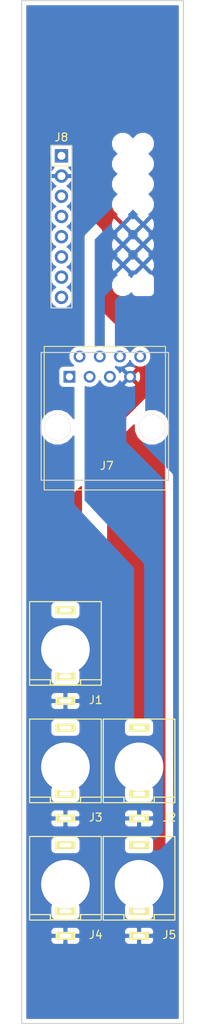
<source format=kicad_pcb>
(kicad_pcb (version 20171130) (host pcbnew "(5.0.1)-4")

  (general
    (thickness 1.6)
    (drawings 20)
    (tracks 0)
    (zones 0)
    (modules 12)
    (nets 14)
  )

  (page A4)
  (layers
    (0 F.Cu signal)
    (31 B.Cu signal hide)
    (32 B.Adhes user)
    (33 F.Adhes user)
    (34 B.Paste user)
    (35 F.Paste user)
    (36 B.SilkS user)
    (37 F.SilkS user)
    (38 B.Mask user)
    (39 F.Mask user)
    (40 Dwgs.User user)
    (41 Cmts.User user)
    (42 Eco1.User user hide)
    (43 Eco2.User user)
    (44 Edge.Cuts user)
    (45 Margin user)
    (46 B.CrtYd user)
    (47 F.CrtYd user)
    (48 B.Fab user)
    (49 F.Fab user)
  )

  (setup
    (last_trace_width 0.25)
    (trace_clearance 0.2)
    (zone_clearance 0.508)
    (zone_45_only no)
    (trace_min 0.2)
    (segment_width 0.2)
    (edge_width 0.15)
    (via_size 0.8)
    (via_drill 0.4)
    (via_min_size 0.4)
    (via_min_drill 0.3)
    (uvia_size 0.3)
    (uvia_drill 0.1)
    (uvias_allowed no)
    (uvia_min_size 0.2)
    (uvia_min_drill 0.1)
    (pcb_text_width 0.3)
    (pcb_text_size 1.5 1.5)
    (mod_edge_width 0.15)
    (mod_text_size 1 1)
    (mod_text_width 0.15)
    (pad_size 6.1 6.1)
    (pad_drill 6.1)
    (pad_to_mask_clearance 0.051)
    (solder_mask_min_width 0.25)
    (aux_axis_origin 0 0)
    (visible_elements 7FFEF7BF)
    (pcbplotparams
      (layerselection 0x010fc_ffffffff)
      (usegerberextensions false)
      (usegerberattributes false)
      (usegerberadvancedattributes false)
      (creategerberjobfile false)
      (excludeedgelayer true)
      (linewidth 0.100000)
      (plotframeref false)
      (viasonmask false)
      (mode 1)
      (useauxorigin false)
      (hpglpennumber 1)
      (hpglpenspeed 20)
      (hpglpendiameter 15.000000)
      (psnegative false)
      (psa4output false)
      (plotreference true)
      (plotvalue true)
      (plotinvisibletext false)
      (padsonsilk false)
      (subtractmaskfromsilk false)
      (outputformat 1)
      (mirror false)
      (drillshape 1)
      (scaleselection 1)
      (outputdirectory ""))
  )

  (net 0 "")
  (net 1 Jack1)
  (net 2 "Net-(J1-Pad2)")
  (net 3 GND)
  (net 4 "Net-(J2-Pad2)")
  (net 5 Jack2)
  (net 6 Jack3)
  (net 7 +5V)
  (net 8 CV)
  (net 9 Jack4)
  (net 10 Jack5)
  (net 11 Gate)
  (net 12 -12V)
  (net 13 +12V)

  (net_class Default "This is the default net class."
    (clearance 0.2)
    (trace_width 0.25)
    (via_dia 0.8)
    (via_drill 0.4)
    (uvia_dia 0.3)
    (uvia_drill 0.1)
    (add_net +12V)
    (add_net +5V)
    (add_net -12V)
    (add_net CV)
    (add_net GND)
    (add_net Gate)
    (add_net Jack1)
    (add_net Jack2)
    (add_net Jack3)
    (add_net Jack4)
    (add_net Jack5)
    (add_net "Net-(J1-Pad2)")
    (add_net "Net-(J2-Pad2)")
  )

  (module Pin_Headers:Pin_Header_Straight_1x08_Pitch2.54mm (layer F.Cu) (tedit 59650532) (tstamp 5BF85FE5)
    (at 55 69.5)
    (descr "Through hole straight pin header, 1x08, 2.54mm pitch, single row")
    (tags "Through hole pin header THT 1x08 2.54mm single row")
    (path /5BF8D395)
    (fp_text reference J8 (at 0 -2.33) (layer F.SilkS)
      (effects (font (size 1 1) (thickness 0.15)))
    )
    (fp_text value Conn_01x08_Female (at 0 20.11) (layer F.Fab)
      (effects (font (size 1 1) (thickness 0.15)))
    )
    (fp_text user %R (at -5.204001 36.546999 90) (layer F.Fab)
      (effects (font (size 1 1) (thickness 0.15)))
    )
    (fp_line (start 1.8 -1.8) (end -1.8 -1.8) (layer F.CrtYd) (width 0.05))
    (fp_line (start 1.8 19.55) (end 1.8 -1.8) (layer F.CrtYd) (width 0.05))
    (fp_line (start -1.8 19.55) (end 1.8 19.55) (layer F.CrtYd) (width 0.05))
    (fp_line (start -1.8 -1.8) (end -1.8 19.55) (layer F.CrtYd) (width 0.05))
    (fp_line (start -1.33 -1.33) (end 0 -1.33) (layer F.SilkS) (width 0.12))
    (fp_line (start -1.33 0) (end -1.33 -1.33) (layer F.SilkS) (width 0.12))
    (fp_line (start -1.33 1.27) (end 1.33 1.27) (layer F.SilkS) (width 0.12))
    (fp_line (start 1.33 1.27) (end 1.33 19.11) (layer F.SilkS) (width 0.12))
    (fp_line (start -1.33 1.27) (end -1.33 19.11) (layer F.SilkS) (width 0.12))
    (fp_line (start -1.33 19.11) (end 1.33 19.11) (layer F.SilkS) (width 0.12))
    (fp_line (start -1.27 -0.635) (end -0.635 -1.27) (layer F.Fab) (width 0.1))
    (fp_line (start -1.27 19.05) (end -1.27 -0.635) (layer F.Fab) (width 0.1))
    (fp_line (start 1.27 19.05) (end -1.27 19.05) (layer F.Fab) (width 0.1))
    (fp_line (start 1.27 -1.27) (end 1.27 19.05) (layer F.Fab) (width 0.1))
    (fp_line (start -0.635 -1.27) (end 1.27 -1.27) (layer F.Fab) (width 0.1))
    (pad 8 thru_hole oval (at 0 17.78) (size 1.7 1.7) (drill 1) (layers *.Cu *.Mask)
      (net 1 Jack1))
    (pad 7 thru_hole oval (at 0 15.24) (size 1.7 1.7) (drill 1) (layers *.Cu *.Mask)
      (net 5 Jack2))
    (pad 6 thru_hole oval (at 0 12.7) (size 1.7 1.7) (drill 1) (layers *.Cu *.Mask)
      (net 6 Jack3))
    (pad 5 thru_hole oval (at 0 10.16) (size 1.7 1.7) (drill 1) (layers *.Cu *.Mask)
      (net 9 Jack4))
    (pad 4 thru_hole oval (at 0 7.62) (size 1.7 1.7) (drill 1) (layers *.Cu *.Mask)
      (net 10 Jack5))
    (pad 3 thru_hole oval (at 0 5.08) (size 1.7 1.7) (drill 1) (layers *.Cu *.Mask)
      (net 12 -12V))
    (pad 2 thru_hole oval (at 0 2.54) (size 1.7 1.7) (drill 1) (layers *.Cu *.Mask)
      (net 3 GND))
    (pad 1 thru_hole rect (at 0 0) (size 1.7 1.7) (drill 1) (layers *.Cu *.Mask)
      (net 13 +12V))
    (model ${KISYS3DMOD}/Pin_Headers.3dshapes/Pin_Header_Straight_1x08_Pitch2.54mm.wrl
      (at (xyz 0 0 0))
      (scale (xyz 1 1 1))
      (rotate (xyz 0 0 0))
    )
  )

  (module Connectors:RJ45_8 (layer F.Cu) (tedit 5BF96534) (tstamp 5BF85FC9)
    (at 56 97.25)
    (tags RJ45)
    (path /5BF290A3)
    (fp_text reference J7 (at 4.7 11.18) (layer F.SilkS)
      (effects (font (size 1 1) (thickness 0.15)))
    )
    (fp_text value RJ45 (at 4.59 6.25) (layer F.Fab)
      (effects (font (size 1 1) (thickness 0.15)))
    )
    (fp_line (start 12.46 14.47) (end -3.56 14.47) (layer F.CrtYd) (width 0.05))
    (fp_line (start 12.46 14.47) (end 12.46 -4.06) (layer F.CrtYd) (width 0.05))
    (fp_line (start -3.56 -4.06) (end -3.56 14.47) (layer F.CrtYd) (width 0.05))
    (fp_line (start -3.56 -4.06) (end 12.46 -4.06) (layer F.CrtYd) (width 0.05))
    (fp_line (start -3.17 7.51) (end -3.17 14.22) (layer F.SilkS) (width 0.12))
    (fp_line (start 12.06 7.52) (end 12.07 14.22) (layer F.SilkS) (width 0.12))
    (fp_line (start -3.17 -3.81) (end -3.17 5.19) (layer F.SilkS) (width 0.12))
    (fp_line (start 12.07 -3.81) (end -3.17 -3.81) (layer F.SilkS) (width 0.12))
    (fp_line (start 12.07 -3.81) (end 12.06 5.18) (layer F.SilkS) (width 0.12))
    (fp_line (start -3.17 14.22) (end 12.07 14.22) (layer F.SilkS) (width 0.12))
    (pad 8 thru_hole circle (at 8.89 -2.54) (size 1.5 1.5) (drill 0.9) (layers *.Cu *.Mask)
      (net 10 Jack5))
    (pad 7 thru_hole circle (at 7.62 0) (size 1.5 1.5) (drill 0.9) (layers *.Cu *.Mask)
      (net 3 GND))
    (pad 6 thru_hole circle (at 6.35 -2.54) (size 1.5 1.5) (drill 0.9) (layers *.Cu *.Mask)
      (net 9 Jack4))
    (pad 5 thru_hole circle (at 5.08 0) (size 1.5 1.5) (drill 0.9) (layers *.Cu *.Mask)
      (net 12 -12V))
    (pad 4 thru_hole circle (at 3.81 -2.54) (size 1.5 1.5) (drill 0.9) (layers *.Cu *.Mask)
      (net 6 Jack3))
    (pad 3 thru_hole circle (at 2.54 0) (size 1.5 1.5) (drill 0.9) (layers *.Cu *.Mask)
      (net 13 +12V))
    (pad 2 thru_hole circle (at 1.27 -2.54) (size 1.5 1.5) (drill 0.9) (layers *.Cu *.Mask)
      (net 5 Jack2))
    (pad 1 thru_hole rect (at 0 0) (size 1.5 1.5) (drill 0.9) (layers *.Cu *.Mask)
      (net 1 Jack1))
    (pad "" np_thru_hole circle (at -1.49 6.35) (size 3.3 3.3) (drill 3.25) (layers *.Cu *.SilkS *.Mask))
    (pad "" np_thru_hole circle (at 10.38 6.35) (size 3.3 3.3) (drill 3.25) (layers *.Cu *.SilkS *.Mask))
    (model ${KISYS3DMOD}/Connectors.3dshapes/RJ45_8.wrl
      (offset (xyz 4.571999931335449 -6.349999904632568 0))
      (scale (xyz 0.4 0.4 0.4))
      (rotate (xyz 0 0 0))
    )
  )

  (module PlayDice:THONKICONN_hole (layer F.Cu) (tedit 5B4BB8C7) (tstamp 5BF96FF5)
    (at 55.5 131.5)
    (path /5BF2917A)
    (fp_text reference J1 (at 3.81 6.35) (layer F.SilkS)
      (effects (font (size 1 1) (thickness 0.15)))
    )
    (fp_text value AudioJack2_Ground_Switch (at 0 -7.62) (layer F.Fab) hide
      (effects (font (size 1 1) (thickness 0.15)))
    )
    (fp_line (start -4.445 3.81) (end -1.905 3.81) (layer F.SilkS) (width 0.15))
    (fp_line (start -1.905 3.81) (end -1.905 4.445) (layer F.SilkS) (width 0.15))
    (fp_line (start -1.905 4.445) (end 1.905 4.445) (layer F.SilkS) (width 0.15))
    (fp_line (start 1.905 4.445) (end 1.905 3.81) (layer F.SilkS) (width 0.15))
    (fp_line (start 1.905 3.81) (end 4.445 3.81) (layer F.SilkS) (width 0.15))
    (fp_arc (start 0 0) (end 1.905 -1.905) (angle 90) (layer F.SilkS) (width 0.15))
    (fp_arc (start 0 0) (end -1.905 1.905) (angle 90) (layer F.SilkS) (width 0.15))
    (fp_line (start 1.905 1.905) (end -1.905 1.905) (layer F.SilkS) (width 0.15))
    (fp_line (start -1.905 -1.905) (end 1.905 -1.905) (layer F.SilkS) (width 0.15))
    (fp_circle (center 0 0) (end 1.27 1.27) (layer F.SilkS) (width 0.15))
    (fp_line (start 4.5 -6) (end 4.5 4.5) (layer F.SilkS) (width 0.15))
    (fp_line (start -4.5 -6) (end -4.5 4.5) (layer F.SilkS) (width 0.15))
    (fp_line (start -4.5 4.5) (end 4.5 4.5) (layer F.SilkS) (width 0.15))
    (fp_line (start -4.5 -6) (end 4.5 -6) (layer F.SilkS) (width 0.15))
    (fp_circle (center 0 0) (end 1.3 0) (layer F.SilkS) (width 0.15))
    (pad 3 thru_hole rect (at 0 -4.92) (size 2.5 1) (drill oval 1.5 0.5) (layers *.Cu *.Mask F.SilkS)
      (net 1 Jack1))
    (pad 2 thru_hole rect (at 0 3.38) (size 2.5 1) (drill oval 1.5 0.5) (layers *.Cu *.Mask F.SilkS)
      (net 2 "Net-(J1-Pad2)"))
    (pad 1 thru_hole rect (at 0 6.48) (size 2.5 1) (drill oval 1.5 0.5) (layers *.Cu *.Mask F.SilkS)
      (net 3 GND))
    (pad "" np_thru_hole circle (at 0 0) (size 2.5 2.5) (drill 2.5) (layers *.Cu *.Mask))
  )

  (module PlayDice:THONKICONN_hole (layer F.Cu) (tedit 5B4BB8C7) (tstamp 5BF85F49)
    (at 64.75 146.25)
    (path /5BF291F6)
    (fp_text reference J2 (at 3.81 6.35) (layer F.SilkS)
      (effects (font (size 1 1) (thickness 0.15)))
    )
    (fp_text value AudioJack2_Ground_Switch (at 0 -7.62) (layer F.Fab) hide
      (effects (font (size 1 1) (thickness 0.15)))
    )
    (fp_circle (center 0 0) (end 1.3 0) (layer F.SilkS) (width 0.15))
    (fp_line (start -4.5 -6) (end 4.5 -6) (layer F.SilkS) (width 0.15))
    (fp_line (start -4.5 4.5) (end 4.5 4.5) (layer F.SilkS) (width 0.15))
    (fp_line (start -4.5 -6) (end -4.5 4.5) (layer F.SilkS) (width 0.15))
    (fp_line (start 4.5 -6) (end 4.5 4.5) (layer F.SilkS) (width 0.15))
    (fp_circle (center 0 0) (end 1.27 1.27) (layer F.SilkS) (width 0.15))
    (fp_line (start -1.905 -1.905) (end 1.905 -1.905) (layer F.SilkS) (width 0.15))
    (fp_line (start 1.905 1.905) (end -1.905 1.905) (layer F.SilkS) (width 0.15))
    (fp_arc (start 0 0) (end -1.905 1.905) (angle 90) (layer F.SilkS) (width 0.15))
    (fp_arc (start 0 0) (end 1.905 -1.905) (angle 90) (layer F.SilkS) (width 0.15))
    (fp_line (start 1.905 3.81) (end 4.445 3.81) (layer F.SilkS) (width 0.15))
    (fp_line (start 1.905 4.445) (end 1.905 3.81) (layer F.SilkS) (width 0.15))
    (fp_line (start -1.905 4.445) (end 1.905 4.445) (layer F.SilkS) (width 0.15))
    (fp_line (start -1.905 3.81) (end -1.905 4.445) (layer F.SilkS) (width 0.15))
    (fp_line (start -4.445 3.81) (end -1.905 3.81) (layer F.SilkS) (width 0.15))
    (pad "" np_thru_hole circle (at 0 0) (size 2.5 2.5) (drill 2.5) (layers *.Cu *.Mask))
    (pad 1 thru_hole rect (at 0 6.48) (size 2.5 1) (drill oval 1.5 0.5) (layers *.Cu *.Mask F.SilkS)
      (net 3 GND))
    (pad 2 thru_hole rect (at 0 3.38) (size 2.5 1) (drill oval 1.5 0.5) (layers *.Cu *.Mask F.SilkS)
      (net 4 "Net-(J2-Pad2)"))
    (pad 3 thru_hole rect (at 0 -4.92) (size 2.5 1) (drill oval 1.5 0.5) (layers *.Cu *.Mask F.SilkS)
      (net 5 Jack2))
  )

  (module PlayDice:THONKICONN_hole (layer F.Cu) (tedit 5B4BB8C7) (tstamp 5BF85F60)
    (at 55.5 146.25)
    (path /5BF2921C)
    (fp_text reference J3 (at 3.81 6.35) (layer F.SilkS)
      (effects (font (size 1 1) (thickness 0.15)))
    )
    (fp_text value AudioJack2_Ground_Switch (at 0 -7.62) (layer F.Fab) hide
      (effects (font (size 1 1) (thickness 0.15)))
    )
    (fp_line (start -4.445 3.81) (end -1.905 3.81) (layer F.SilkS) (width 0.15))
    (fp_line (start -1.905 3.81) (end -1.905 4.445) (layer F.SilkS) (width 0.15))
    (fp_line (start -1.905 4.445) (end 1.905 4.445) (layer F.SilkS) (width 0.15))
    (fp_line (start 1.905 4.445) (end 1.905 3.81) (layer F.SilkS) (width 0.15))
    (fp_line (start 1.905 3.81) (end 4.445 3.81) (layer F.SilkS) (width 0.15))
    (fp_arc (start 0 0) (end 1.905 -1.905) (angle 90) (layer F.SilkS) (width 0.15))
    (fp_arc (start 0 0) (end -1.905 1.905) (angle 90) (layer F.SilkS) (width 0.15))
    (fp_line (start 1.905 1.905) (end -1.905 1.905) (layer F.SilkS) (width 0.15))
    (fp_line (start -1.905 -1.905) (end 1.905 -1.905) (layer F.SilkS) (width 0.15))
    (fp_circle (center 0 0) (end 1.27 1.27) (layer F.SilkS) (width 0.15))
    (fp_line (start 4.5 -6) (end 4.5 4.5) (layer F.SilkS) (width 0.15))
    (fp_line (start -4.5 -6) (end -4.5 4.5) (layer F.SilkS) (width 0.15))
    (fp_line (start -4.5 4.5) (end 4.5 4.5) (layer F.SilkS) (width 0.15))
    (fp_line (start -4.5 -6) (end 4.5 -6) (layer F.SilkS) (width 0.15))
    (fp_circle (center 0 0) (end 1.3 0) (layer F.SilkS) (width 0.15))
    (pad 3 thru_hole rect (at 0 -4.92) (size 2.5 1) (drill oval 1.5 0.5) (layers *.Cu *.Mask F.SilkS)
      (net 6 Jack3))
    (pad 2 thru_hole rect (at 0 3.38) (size 2.5 1) (drill oval 1.5 0.5) (layers *.Cu *.Mask F.SilkS)
      (net 7 +5V))
    (pad 1 thru_hole rect (at 0 6.48) (size 2.5 1) (drill oval 1.5 0.5) (layers *.Cu *.Mask F.SilkS)
      (net 3 GND))
    (pad "" np_thru_hole circle (at 0 0) (size 2.5 2.5) (drill 2.5) (layers *.Cu *.Mask))
  )

  (module PlayDice:THONKICONN_hole (layer F.Cu) (tedit 5B4BB8C7) (tstamp 5BF85F77)
    (at 55.5 161)
    (path /5BF29240)
    (fp_text reference J4 (at 3.81 6.35) (layer F.SilkS)
      (effects (font (size 1 1) (thickness 0.15)))
    )
    (fp_text value AudioJack2_Ground_Switch (at 0 -7.62) (layer F.Fab) hide
      (effects (font (size 1 1) (thickness 0.15)))
    )
    (fp_circle (center 0 0) (end 1.3 0) (layer F.SilkS) (width 0.15))
    (fp_line (start -4.5 -6) (end 4.5 -6) (layer F.SilkS) (width 0.15))
    (fp_line (start -4.5 4.5) (end 4.5 4.5) (layer F.SilkS) (width 0.15))
    (fp_line (start -4.5 -6) (end -4.5 4.5) (layer F.SilkS) (width 0.15))
    (fp_line (start 4.5 -6) (end 4.5 4.5) (layer F.SilkS) (width 0.15))
    (fp_circle (center 0 0) (end 1.27 1.27) (layer F.SilkS) (width 0.15))
    (fp_line (start -1.905 -1.905) (end 1.905 -1.905) (layer F.SilkS) (width 0.15))
    (fp_line (start 1.905 1.905) (end -1.905 1.905) (layer F.SilkS) (width 0.15))
    (fp_arc (start 0 0) (end -1.905 1.905) (angle 90) (layer F.SilkS) (width 0.15))
    (fp_arc (start 0 0) (end 1.905 -1.905) (angle 90) (layer F.SilkS) (width 0.15))
    (fp_line (start 1.905 3.81) (end 4.445 3.81) (layer F.SilkS) (width 0.15))
    (fp_line (start 1.905 4.445) (end 1.905 3.81) (layer F.SilkS) (width 0.15))
    (fp_line (start -1.905 4.445) (end 1.905 4.445) (layer F.SilkS) (width 0.15))
    (fp_line (start -1.905 3.81) (end -1.905 4.445) (layer F.SilkS) (width 0.15))
    (fp_line (start -4.445 3.81) (end -1.905 3.81) (layer F.SilkS) (width 0.15))
    (pad "" np_thru_hole circle (at 0 0) (size 2.5 2.5) (drill 2.5) (layers *.Cu *.Mask))
    (pad 1 thru_hole rect (at 0 6.48) (size 2.5 1) (drill oval 1.5 0.5) (layers *.Cu *.Mask F.SilkS)
      (net 3 GND))
    (pad 2 thru_hole rect (at 0 3.38) (size 2.5 1) (drill oval 1.5 0.5) (layers *.Cu *.Mask F.SilkS)
      (net 8 CV))
    (pad 3 thru_hole rect (at 0 -4.92) (size 2.5 1) (drill oval 1.5 0.5) (layers *.Cu *.Mask F.SilkS)
      (net 9 Jack4))
  )

  (module PlayDice:THONKICONN_hole (layer F.Cu) (tedit 5B4BB8C7) (tstamp 5BF85F8E)
    (at 64.75 161)
    (path /5BF8499B)
    (fp_text reference J5 (at 3.81 6.35) (layer F.SilkS)
      (effects (font (size 1 1) (thickness 0.15)))
    )
    (fp_text value AudioJack2_Ground_Switch (at 0 -7.62) (layer F.Fab) hide
      (effects (font (size 1 1) (thickness 0.15)))
    )
    (fp_line (start -4.445 3.81) (end -1.905 3.81) (layer F.SilkS) (width 0.15))
    (fp_line (start -1.905 3.81) (end -1.905 4.445) (layer F.SilkS) (width 0.15))
    (fp_line (start -1.905 4.445) (end 1.905 4.445) (layer F.SilkS) (width 0.15))
    (fp_line (start 1.905 4.445) (end 1.905 3.81) (layer F.SilkS) (width 0.15))
    (fp_line (start 1.905 3.81) (end 4.445 3.81) (layer F.SilkS) (width 0.15))
    (fp_arc (start 0 0) (end 1.905 -1.905) (angle 90) (layer F.SilkS) (width 0.15))
    (fp_arc (start 0 0) (end -1.905 1.905) (angle 90) (layer F.SilkS) (width 0.15))
    (fp_line (start 1.905 1.905) (end -1.905 1.905) (layer F.SilkS) (width 0.15))
    (fp_line (start -1.905 -1.905) (end 1.905 -1.905) (layer F.SilkS) (width 0.15))
    (fp_circle (center 0 0) (end 1.27 1.27) (layer F.SilkS) (width 0.15))
    (fp_line (start 4.5 -6) (end 4.5 4.5) (layer F.SilkS) (width 0.15))
    (fp_line (start -4.5 -6) (end -4.5 4.5) (layer F.SilkS) (width 0.15))
    (fp_line (start -4.5 4.5) (end 4.5 4.5) (layer F.SilkS) (width 0.15))
    (fp_line (start -4.5 -6) (end 4.5 -6) (layer F.SilkS) (width 0.15))
    (fp_circle (center 0 0) (end 1.3 0) (layer F.SilkS) (width 0.15))
    (pad 3 thru_hole rect (at 0 -4.92) (size 2.5 1) (drill oval 1.5 0.5) (layers *.Cu *.Mask F.SilkS)
      (net 10 Jack5))
    (pad 2 thru_hole rect (at 0 3.38) (size 2.5 1) (drill oval 1.5 0.5) (layers *.Cu *.Mask F.SilkS)
      (net 11 Gate))
    (pad 1 thru_hole rect (at 0 6.48) (size 2.5 1) (drill oval 1.5 0.5) (layers *.Cu *.Mask F.SilkS)
      (net 3 GND))
    (pad "" np_thru_hole circle (at 0 0) (size 2.5 2.5) (drill 2.5) (layers *.Cu *.Mask))
  )

  (module PlayDice:MountingHole_6.1mm (layer F.Cu) (tedit 5BEAC2BF) (tstamp 5BF97353)
    (at 55.5 131.5)
    (descr "Mounting Hole 6mm, no annular")
    (tags "mounting hole 6mm no annular")
    (fp_text reference "" (at 0 -7) (layer F.SilkS) hide
      (effects (font (size 1 1) (thickness 0.15)))
    )
    (fp_text value MountingHole_6.1mm (at 0 7) (layer F.Fab)
      (effects (font (size 1 1) (thickness 0.15)))
    )
    (fp_circle (center 0 0) (end 6.25 0) (layer F.CrtYd) (width 0.05))
    (fp_circle (center 0 0) (end 2.93 0) (layer Cmts.User) (width 0.15))
    (pad "" np_thru_hole circle (at 0 0) (size 6.1 6.1) (drill 6.1) (layers *.Cu *.Mask F.SilkS))
  )

  (module PlayDice:MountingHole_6.1mm (layer F.Cu) (tedit 5BF97283) (tstamp 5BF9736D)
    (at 55.5 146.3)
    (descr "Mounting Hole 6mm, no annular")
    (tags "mounting hole 6mm no annular")
    (fp_text reference "" (at 0 -7) (layer F.SilkS) hide
      (effects (font (size 1 1) (thickness 0.15)))
    )
    (fp_text value MountingHole_6.1mm (at 0 7) (layer F.Fab)
      (effects (font (size 1 1) (thickness 0.15)))
    )
    (fp_circle (center 0 0) (end 6.25 0) (layer F.CrtYd) (width 0.05))
    (fp_circle (center 0 0) (end 2.93 0) (layer Cmts.User) (width 0.15))
    (pad "" np_thru_hole circle (at 0 -0.05) (size 6.1 6.1) (drill 6.1) (layers *.Cu *.Mask F.SilkS))
  )

  (module PlayDice:MountingHole_6.1mm (layer F.Cu) (tedit 5BEAC2BF) (tstamp 5BF9737A)
    (at 55.5 161)
    (descr "Mounting Hole 6mm, no annular")
    (tags "mounting hole 6mm no annular")
    (fp_text reference "" (at 0 -7) (layer F.SilkS) hide
      (effects (font (size 1 1) (thickness 0.15)))
    )
    (fp_text value MountingHole_6.1mm (at 0 7) (layer F.Fab)
      (effects (font (size 1 1) (thickness 0.15)))
    )
    (fp_circle (center 0 0) (end 6.25 0) (layer F.CrtYd) (width 0.05))
    (fp_circle (center 0 0) (end 2.93 0) (layer Cmts.User) (width 0.15))
    (pad "" np_thru_hole circle (at 0 0) (size 6.1 6.1) (drill 6.1) (layers *.Cu *.Mask F.SilkS))
  )

  (module PlayDice:MountingHole_6.1mm (layer F.Cu) (tedit 5BEAC2BF) (tstamp 5BF97387)
    (at 64.75 146.25)
    (descr "Mounting Hole 6mm, no annular")
    (tags "mounting hole 6mm no annular")
    (fp_text reference "" (at 0 -7) (layer F.SilkS) hide
      (effects (font (size 1 1) (thickness 0.15)))
    )
    (fp_text value MountingHole_6.1mm (at 0 7) (layer F.Fab)
      (effects (font (size 1 1) (thickness 0.15)))
    )
    (fp_circle (center 0 0) (end 6.25 0) (layer F.CrtYd) (width 0.05))
    (fp_circle (center 0 0) (end 2.93 0) (layer Cmts.User) (width 0.15))
    (pad "" np_thru_hole circle (at 0 0) (size 6.1 6.1) (drill 6.1) (layers *.Cu *.Mask F.SilkS))
  )

  (module PlayDice:MountingHole_6.1mm (layer F.Cu) (tedit 5BEAC2BF) (tstamp 5BF97394)
    (at 64.75 161)
    (descr "Mounting Hole 6mm, no annular")
    (tags "mounting hole 6mm no annular")
    (fp_text reference "" (at 0 -7) (layer F.SilkS) hide
      (effects (font (size 1 1) (thickness 0.15)))
    )
    (fp_text value MountingHole_6.1mm (at 0 7) (layer F.Fab)
      (effects (font (size 1 1) (thickness 0.15)))
    )
    (fp_circle (center 0 0) (end 6.25 0) (layer F.CrtYd) (width 0.05))
    (fp_circle (center 0 0) (end 2.93 0) (layer Cmts.User) (width 0.15))
    (pad "" np_thru_hole circle (at 0 0) (size 6.1 6.1) (drill 6.1) (layers *.Cu *.Mask F.SilkS))
  )

  (gr_line (start 52.45 94.2) (end 52.45 110.2) (layer Edge.Cuts) (width 0.15))
  (gr_line (start 52.45 110.25) (end 68.45 110.25) (layer Edge.Cuts) (width 0.15))
  (gr_line (start 68.45 94.2) (end 68.45 110.2) (layer Edge.Cuts) (width 0.15))
  (gr_line (start 52.45 94.2) (end 68.45 94.2) (layer Edge.Cuts) (width 0.15))
  (gr_line (start 53.7 88.6) (end 53.7 68.2) (layer Edge.Cuts) (width 0.15))
  (gr_line (start 56.3 88.6) (end 53.7 88.6) (layer Edge.Cuts) (width 0.15))
  (gr_line (start 56.3 68.2) (end 56.3 88.6) (layer Edge.Cuts) (width 0.15))
  (gr_line (start 53.7 68.2) (end 56.3 68.2) (layer Edge.Cuts) (width 0.15))
  (gr_line (start 50 178.5) (end 50 50) (layer Edge.Cuts) (width 0.15))
  (gr_line (start 70.32 178.5) (end 50 178.5) (layer Edge.Cuts) (width 0.15))
  (gr_line (start 70.32 50) (end 70.32 178.5) (layer Edge.Cuts) (width 0.15))
  (gr_line (start 50 50) (end 70.32 50) (layer Edge.Cuts) (width 0.15))
  (gr_line (start 69.5 59.25) (end 69.5 169.25) (layer Eco1.User) (width 0.2) (tstamp 5BF8619D))
  (gr_line (start 50.7015 59.25) (end 50.7015 169.25) (layer Eco1.User) (width 0.2) (tstamp 5BF8619C))
  (gr_line (start 50.7015 59.25) (end 69.5 59.25) (layer Eco1.User) (width 0.2) (tstamp 5BF8619B))
  (gr_line (start 50.7015 169.25) (end 69.5 169.25) (layer Eco1.User) (width 0.2) (tstamp 5BF8619A))
  (gr_line (start 50 50) (end 50 178.5) (layer Eco1.User) (width 0.2))
  (gr_line (start 50 178.5) (end 70.32 178.5) (layer Eco1.User) (width 0.2))
  (gr_line (start 70.32 50) (end 70.32 178.5) (layer Eco1.User) (width 0.2))
  (gr_line (start 50 50) (end 70.32 50) (layer Eco1.User) (width 0.2))

  (zone (net 3) (net_name GND) (layer F.Cu) (tstamp 0) (hatch edge 0.508)
    (connect_pads (clearance 0.508))
    (min_thickness 0.254)
    (fill yes (arc_segments 16) (thermal_gap 0.508) (thermal_bridge_width 0.508))
    (polygon
      (pts
        (xy 50.2 50.2) (xy 70.1 50.2) (xy 70.1 178.3) (xy 50.2 178.3)
      )
    )
    (filled_polygon
      (pts
        (xy 69.610001 177.79) (xy 50.71 177.79) (xy 50.71 167.76575) (xy 53.615 167.76575) (xy 53.615 168.10631)
        (xy 53.711673 168.339699) (xy 53.890302 168.518327) (xy 54.123691 168.615) (xy 55.21425 168.615) (xy 55.373 168.45625)
        (xy 55.373 167.607) (xy 55.627 167.607) (xy 55.627 168.45625) (xy 55.78575 168.615) (xy 56.876309 168.615)
        (xy 57.109698 168.518327) (xy 57.288327 168.339699) (xy 57.385 168.10631) (xy 57.385 167.76575) (xy 62.865 167.76575)
        (xy 62.865 168.10631) (xy 62.961673 168.339699) (xy 63.140302 168.518327) (xy 63.373691 168.615) (xy 64.46425 168.615)
        (xy 64.623 168.45625) (xy 64.623 167.607) (xy 64.877 167.607) (xy 64.877 168.45625) (xy 65.03575 168.615)
        (xy 66.126309 168.615) (xy 66.359698 168.518327) (xy 66.538327 168.339699) (xy 66.635 168.10631) (xy 66.635 167.76575)
        (xy 66.47625 167.607) (xy 64.877 167.607) (xy 64.623 167.607) (xy 63.02375 167.607) (xy 62.865 167.76575)
        (xy 57.385 167.76575) (xy 57.22625 167.607) (xy 55.627 167.607) (xy 55.373 167.607) (xy 53.77375 167.607)
        (xy 53.615 167.76575) (xy 50.71 167.76575) (xy 50.71 166.85369) (xy 53.615 166.85369) (xy 53.615 167.19425)
        (xy 53.77375 167.353) (xy 55.373 167.353) (xy 55.373 166.50375) (xy 55.627 166.50375) (xy 55.627 167.353)
        (xy 57.22625 167.353) (xy 57.385 167.19425) (xy 57.385 166.85369) (xy 62.865 166.85369) (xy 62.865 167.19425)
        (xy 63.02375 167.353) (xy 64.623 167.353) (xy 64.623 166.50375) (xy 64.877 166.50375) (xy 64.877 167.353)
        (xy 66.47625 167.353) (xy 66.635 167.19425) (xy 66.635 166.85369) (xy 66.538327 166.620301) (xy 66.359698 166.441673)
        (xy 66.126309 166.345) (xy 65.03575 166.345) (xy 64.877 166.50375) (xy 64.623 166.50375) (xy 64.46425 166.345)
        (xy 63.373691 166.345) (xy 63.140302 166.441673) (xy 62.961673 166.620301) (xy 62.865 166.85369) (xy 57.385 166.85369)
        (xy 57.288327 166.620301) (xy 57.109698 166.441673) (xy 56.876309 166.345) (xy 55.78575 166.345) (xy 55.627 166.50375)
        (xy 55.373 166.50375) (xy 55.21425 166.345) (xy 54.123691 166.345) (xy 53.890302 166.441673) (xy 53.711673 166.620301)
        (xy 53.615 166.85369) (xy 50.71 166.85369) (xy 50.71 160.62505) (xy 53.615 160.62505) (xy 53.615 161.37495)
        (xy 53.901974 162.067767) (xy 54.432233 162.598026) (xy 55.12505 162.885) (xy 55.87495 162.885) (xy 56.567767 162.598026)
        (xy 57.098026 162.067767) (xy 57.385 161.37495) (xy 57.385 160.62505) (xy 57.098026 159.932233) (xy 56.567767 159.401974)
        (xy 55.87495 159.115) (xy 55.12505 159.115) (xy 54.432233 159.401974) (xy 53.901974 159.932233) (xy 53.615 160.62505)
        (xy 50.71 160.62505) (xy 50.71 153.01575) (xy 53.615 153.01575) (xy 53.615 153.35631) (xy 53.711673 153.589699)
        (xy 53.890302 153.768327) (xy 54.123691 153.865) (xy 55.21425 153.865) (xy 55.373 153.70625) (xy 55.373 152.857)
        (xy 55.627 152.857) (xy 55.627 153.70625) (xy 55.78575 153.865) (xy 56.876309 153.865) (xy 57.109698 153.768327)
        (xy 57.288327 153.589699) (xy 57.385 153.35631) (xy 57.385 153.01575) (xy 57.22625 152.857) (xy 55.627 152.857)
        (xy 55.373 152.857) (xy 53.77375 152.857) (xy 53.615 153.01575) (xy 50.71 153.01575) (xy 50.71 152.10369)
        (xy 53.615 152.10369) (xy 53.615 152.44425) (xy 53.77375 152.603) (xy 55.373 152.603) (xy 55.373 151.75375)
        (xy 55.627 151.75375) (xy 55.627 152.603) (xy 57.22625 152.603) (xy 57.385 152.44425) (xy 57.385 152.10369)
        (xy 57.288327 151.870301) (xy 57.109698 151.691673) (xy 56.876309 151.595) (xy 55.78575 151.595) (xy 55.627 151.75375)
        (xy 55.373 151.75375) (xy 55.21425 151.595) (xy 54.123691 151.595) (xy 53.890302 151.691673) (xy 53.711673 151.870301)
        (xy 53.615 152.10369) (xy 50.71 152.10369) (xy 50.71 66.89) (xy 50.735112 66.89) (xy 50.75 66.964847)
        (xy 50.750001 148.265148) (xy 50.735112 148.34) (xy 50.750001 148.414852) (xy 50.794097 148.636537) (xy 50.962072 148.887929)
        (xy 51.025528 148.930329) (xy 52.209673 150.114476) (xy 52.252071 150.177929) (xy 52.315524 150.220327) (xy 52.315526 150.220329)
        (xy 52.440902 150.304102) (xy 52.503463 150.345904) (xy 52.725148 150.39) (xy 52.725152 150.39) (xy 52.799999 150.404888)
        (xy 52.874846 150.39) (xy 53.660018 150.39) (xy 53.792191 150.587809) (xy 54.002235 150.728157) (xy 54.25 150.77744)
        (xy 56.75 150.77744) (xy 56.997765 150.728157) (xy 57.207809 150.587809) (xy 57.348157 150.377765) (xy 57.39744 150.13)
        (xy 57.39744 149.13) (xy 57.348157 148.882235) (xy 57.207809 148.672191) (xy 56.997765 148.531843) (xy 56.75 148.48256)
        (xy 54.25 148.48256) (xy 54.002235 148.531843) (xy 53.792191 148.672191) (xy 53.660018 148.87) (xy 53.114803 148.87)
        (xy 52.27 148.025199) (xy 52.27 145.87505) (xy 53.615 145.87505) (xy 53.615 146.62495) (xy 53.901974 147.317767)
        (xy 54.432233 147.848026) (xy 55.12505 148.135) (xy 55.87495 148.135) (xy 56.567767 147.848026) (xy 57.098026 147.317767)
        (xy 57.385 146.62495) (xy 57.385 145.87505) (xy 57.098026 145.182233) (xy 56.567767 144.651974) (xy 55.87495 144.365)
        (xy 55.12505 144.365) (xy 54.432233 144.651974) (xy 53.901974 145.182233) (xy 53.615 145.87505) (xy 52.27 145.87505)
        (xy 52.27 138.26575) (xy 53.615 138.26575) (xy 53.615 138.60631) (xy 53.711673 138.839699) (xy 53.890302 139.018327)
        (xy 54.123691 139.115) (xy 55.21425 139.115) (xy 55.373 138.95625) (xy 55.373 138.107) (xy 55.627 138.107)
        (xy 55.627 138.95625) (xy 55.78575 139.115) (xy 56.876309 139.115) (xy 57.109698 139.018327) (xy 57.288327 138.839699)
        (xy 57.385 138.60631) (xy 57.385 138.26575) (xy 57.22625 138.107) (xy 55.627 138.107) (xy 55.373 138.107)
        (xy 53.77375 138.107) (xy 53.615 138.26575) (xy 52.27 138.26575) (xy 52.27 137.35369) (xy 53.615 137.35369)
        (xy 53.615 137.69425) (xy 53.77375 137.853) (xy 55.373 137.853) (xy 55.373 137.00375) (xy 55.627 137.00375)
        (xy 55.627 137.853) (xy 57.22625 137.853) (xy 57.385 137.69425) (xy 57.385 137.35369) (xy 57.288327 137.120301)
        (xy 57.109698 136.941673) (xy 56.876309 136.845) (xy 55.78575 136.845) (xy 55.627 137.00375) (xy 55.373 137.00375)
        (xy 55.21425 136.845) (xy 54.123691 136.845) (xy 53.890302 136.941673) (xy 53.711673 137.120301) (xy 53.615 137.35369)
        (xy 52.27 137.35369) (xy 52.27 134.38) (xy 53.60256 134.38) (xy 53.60256 135.38) (xy 53.651843 135.627765)
        (xy 53.792191 135.837809) (xy 54.002235 135.978157) (xy 54.25 136.02744) (xy 56.75 136.02744) (xy 56.997765 135.978157)
        (xy 57.207809 135.837809) (xy 57.348157 135.627765) (xy 57.39744 135.38) (xy 57.39744 134.38) (xy 57.348157 134.132235)
        (xy 57.207809 133.922191) (xy 56.997765 133.781843) (xy 56.75 133.73256) (xy 54.25 133.73256) (xy 54.002235 133.781843)
        (xy 53.792191 133.922191) (xy 53.651843 134.132235) (xy 53.60256 134.38) (xy 52.27 134.38) (xy 52.27 131.12505)
        (xy 53.615 131.12505) (xy 53.615 131.87495) (xy 53.901974 132.567767) (xy 54.432233 133.098026) (xy 55.12505 133.385)
        (xy 55.87495 133.385) (xy 56.567767 133.098026) (xy 57.098026 132.567767) (xy 57.385 131.87495) (xy 57.385 131.12505)
        (xy 57.098026 130.432233) (xy 56.567767 129.901974) (xy 55.87495 129.615) (xy 55.12505 129.615) (xy 54.432233 129.901974)
        (xy 53.901974 130.432233) (xy 53.615 131.12505) (xy 52.27 131.12505) (xy 52.27 104.163155) (xy 52.57287 104.894349)
        (xy 53.215651 105.53713) (xy 54.055485 105.885) (xy 54.964515 105.885) (xy 55.804349 105.53713) (xy 56.280001 105.061478)
        (xy 56.280001 110.145197) (xy 55.01553 111.409669) (xy 54.952071 111.452071) (xy 54.784096 111.703464) (xy 54.74 111.925149)
        (xy 54.74 111.925153) (xy 54.725112 112) (xy 54.74 112.074847) (xy 54.740001 125.43256) (xy 54.25 125.43256)
        (xy 54.002235 125.481843) (xy 53.792191 125.622191) (xy 53.651843 125.832235) (xy 53.60256 126.08) (xy 53.60256 127.08)
        (xy 53.651843 127.327765) (xy 53.792191 127.537809) (xy 54.002235 127.678157) (xy 54.25 127.72744) (xy 56.75 127.72744)
        (xy 56.997765 127.678157) (xy 57.207809 127.537809) (xy 57.348157 127.327765) (xy 57.39744 127.08) (xy 57.39744 126.08)
        (xy 57.348157 125.832235) (xy 57.207809 125.622191) (xy 56.997765 125.481843) (xy 56.75 125.43256) (xy 56.26 125.43256)
        (xy 56.26 112.314801) (xy 57.46 111.114802) (xy 57.460001 140.57) (xy 57.339982 140.57) (xy 57.207809 140.372191)
        (xy 56.997765 140.231843) (xy 56.75 140.18256) (xy 54.25 140.18256) (xy 54.002235 140.231843) (xy 53.792191 140.372191)
        (xy 53.651843 140.582235) (xy 53.60256 140.83) (xy 53.60256 141.83) (xy 53.651843 142.077765) (xy 53.792191 142.287809)
        (xy 54.002235 142.428157) (xy 54.25 142.47744) (xy 56.75 142.47744) (xy 56.997765 142.428157) (xy 57.207809 142.287809)
        (xy 57.339982 142.09) (xy 57.925153 142.09) (xy 58 142.104888) (xy 58.074847 142.09) (xy 58.074852 142.09)
        (xy 58.296537 142.045904) (xy 58.547929 141.877929) (xy 58.590331 141.81447) (xy 58.70447 141.700331) (xy 58.767929 141.657929)
        (xy 58.889991 141.475251) (xy 58.889991 153.585206) (xy 57.265968 155.209231) (xy 57.207809 155.122191) (xy 56.997765 154.981843)
        (xy 56.75 154.93256) (xy 54.25 154.93256) (xy 54.002235 154.981843) (xy 53.792191 155.122191) (xy 53.651843 155.332235)
        (xy 53.60256 155.58) (xy 53.60256 156.58) (xy 53.651843 156.827765) (xy 53.792191 157.037809) (xy 54.002235 157.178157)
        (xy 54.25 157.22744) (xy 56.75 157.22744) (xy 56.997765 157.178157) (xy 57.207809 157.037809) (xy 57.339982 156.84)
        (xy 57.395153 156.84) (xy 57.47 156.854888) (xy 57.544847 156.84) (xy 57.544852 156.84) (xy 57.766537 156.795904)
        (xy 58.017929 156.627929) (xy 58.060331 156.56447) (xy 59.340001 155.284801) (xy 59.340001 162.915197) (xy 58.635199 163.62)
        (xy 57.339982 163.62) (xy 57.207809 163.422191) (xy 56.997765 163.281843) (xy 56.75 163.23256) (xy 54.25 163.23256)
        (xy 54.002235 163.281843) (xy 53.792191 163.422191) (xy 53.651843 163.632235) (xy 53.60256 163.88) (xy 53.60256 164.88)
        (xy 53.651843 165.127765) (xy 53.792191 165.337809) (xy 54.002235 165.478157) (xy 54.25 165.52744) (xy 56.75 165.52744)
        (xy 56.997765 165.478157) (xy 57.207809 165.337809) (xy 57.339982 165.14) (xy 58.875153 165.14) (xy 58.95 165.154888)
        (xy 59.024847 165.14) (xy 59.024852 165.14) (xy 59.246537 165.095904) (xy 59.497929 164.927929) (xy 59.540331 164.86447)
        (xy 60.584473 163.820329) (xy 60.647929 163.777929) (xy 60.815904 163.526537) (xy 60.86 163.304852) (xy 60.86 163.304848)
        (xy 60.874888 163.23) (xy 60.86 163.155152) (xy 60.86 160.62505) (xy 62.865 160.62505) (xy 62.865 161.37495)
        (xy 63.151974 162.067767) (xy 63.682233 162.598026) (xy 64.37505 162.885) (xy 65.12495 162.885) (xy 65.817767 162.598026)
        (xy 66.348026 162.067767) (xy 66.635 161.37495) (xy 66.635 160.62505) (xy 66.348026 159.932233) (xy 65.817767 159.401974)
        (xy 65.12495 159.115) (xy 64.37505 159.115) (xy 63.682233 159.401974) (xy 63.151974 159.932233) (xy 62.865 160.62505)
        (xy 60.86 160.62505) (xy 60.86 155.58) (xy 62.85256 155.58) (xy 62.85256 156.58) (xy 62.901843 156.827765)
        (xy 63.042191 157.037809) (xy 63.252235 157.178157) (xy 63.5 157.22744) (xy 66 157.22744) (xy 66.247765 157.178157)
        (xy 66.457809 157.037809) (xy 66.598157 156.827765) (xy 66.64744 156.58) (xy 66.64744 155.58) (xy 66.598157 155.332235)
        (xy 66.457809 155.122191) (xy 66.247765 154.981843) (xy 66 154.93256) (xy 63.5 154.93256) (xy 63.252235 154.981843)
        (xy 63.042191 155.122191) (xy 62.901843 155.332235) (xy 62.85256 155.58) (xy 60.86 155.58) (xy 60.86 153.01575)
        (xy 62.865 153.01575) (xy 62.865 153.35631) (xy 62.961673 153.589699) (xy 63.140302 153.768327) (xy 63.373691 153.865)
        (xy 64.46425 153.865) (xy 64.623 153.70625) (xy 64.623 152.857) (xy 64.877 152.857) (xy 64.877 153.70625)
        (xy 65.03575 153.865) (xy 66.126309 153.865) (xy 66.359698 153.768327) (xy 66.538327 153.589699) (xy 66.635 153.35631)
        (xy 66.635 153.01575) (xy 66.47625 152.857) (xy 64.877 152.857) (xy 64.623 152.857) (xy 63.02375 152.857)
        (xy 62.865 153.01575) (xy 60.86 153.01575) (xy 60.86 152.10369) (xy 62.865 152.10369) (xy 62.865 152.44425)
        (xy 63.02375 152.603) (xy 64.623 152.603) (xy 64.623 151.75375) (xy 64.877 151.75375) (xy 64.877 152.603)
        (xy 66.47625 152.603) (xy 66.635 152.44425) (xy 66.635 152.10369) (xy 66.538327 151.870301) (xy 66.359698 151.691673)
        (xy 66.126309 151.595) (xy 65.03575 151.595) (xy 64.877 151.75375) (xy 64.623 151.75375) (xy 64.46425 151.595)
        (xy 63.373691 151.595) (xy 63.140302 151.691673) (xy 62.961673 151.870301) (xy 62.865 152.10369) (xy 60.86 152.10369)
        (xy 60.86 149.13) (xy 62.85256 149.13) (xy 62.85256 150.13) (xy 62.901843 150.377765) (xy 63.042191 150.587809)
        (xy 63.252235 150.728157) (xy 63.5 150.77744) (xy 66 150.77744) (xy 66.247765 150.728157) (xy 66.457809 150.587809)
        (xy 66.598157 150.377765) (xy 66.64744 150.13) (xy 66.64744 149.13) (xy 66.598157 148.882235) (xy 66.457809 148.672191)
        (xy 66.247765 148.531843) (xy 66 148.48256) (xy 63.5 148.48256) (xy 63.252235 148.531843) (xy 63.042191 148.672191)
        (xy 62.901843 148.882235) (xy 62.85256 149.13) (xy 60.86 149.13) (xy 60.86 145.87505) (xy 62.865 145.87505)
        (xy 62.865 146.62495) (xy 63.151974 147.317767) (xy 63.682233 147.848026) (xy 64.37505 148.135) (xy 65.12495 148.135)
        (xy 65.817767 147.848026) (xy 66.348026 147.317767) (xy 66.635 146.62495) (xy 66.635 145.87505) (xy 66.348026 145.182233)
        (xy 65.817767 144.651974) (xy 65.12495 144.365) (xy 64.37505 144.365) (xy 63.682233 144.651974) (xy 63.151974 145.182233)
        (xy 62.865 145.87505) (xy 60.86 145.87505) (xy 60.86 140.83) (xy 62.85256 140.83) (xy 62.85256 141.83)
        (xy 62.901843 142.077765) (xy 63.042191 142.287809) (xy 63.252235 142.428157) (xy 63.5 142.47744) (xy 66 142.47744)
        (xy 66.247765 142.428157) (xy 66.457809 142.287809) (xy 66.598157 142.077765) (xy 66.64744 141.83) (xy 66.64744 140.83)
        (xy 66.598157 140.582235) (xy 66.457809 140.372191) (xy 66.247765 140.231843) (xy 66 140.18256) (xy 63.5 140.18256)
        (xy 63.252235 140.231843) (xy 63.042191 140.372191) (xy 62.901843 140.582235) (xy 62.85256 140.83) (xy 60.86 140.83)
        (xy 60.86 106.594801) (xy 64.095 103.359801) (xy 64.095 104.054515) (xy 64.44287 104.894349) (xy 65.085651 105.53713)
        (xy 65.925485 105.885) (xy 66.834515 105.885) (xy 67.674349 105.53713) (xy 67.94 105.271479) (xy 67.940001 163.335197)
        (xy 67.655199 163.62) (xy 66.589982 163.62) (xy 66.457809 163.422191) (xy 66.247765 163.281843) (xy 66 163.23256)
        (xy 63.5 163.23256) (xy 63.252235 163.281843) (xy 63.042191 163.422191) (xy 62.901843 163.632235) (xy 62.85256 163.88)
        (xy 62.85256 164.88) (xy 62.901843 165.127765) (xy 63.042191 165.337809) (xy 63.252235 165.478157) (xy 63.5 165.52744)
        (xy 66 165.52744) (xy 66.247765 165.478157) (xy 66.457809 165.337809) (xy 66.589982 165.14) (xy 67.895153 165.14)
        (xy 67.97 165.154888) (xy 68.044847 165.14) (xy 68.044852 165.14) (xy 68.266537 165.095904) (xy 68.517929 164.927929)
        (xy 68.560331 164.86447) (xy 69.184473 164.240329) (xy 69.247929 164.197929) (xy 69.415904 163.946537) (xy 69.46 163.724852)
        (xy 69.46 163.724847) (xy 69.474888 163.65) (xy 69.46 163.575153) (xy 69.46 101.69969) (xy 69.479954 68.895079)
        (xy 69.494888 68.82) (xy 69.465456 68.672035) (xy 69.436084 68.523899) (xy 69.435951 68.5237) (xy 69.435904 68.523463)
        (xy 69.351606 68.397303) (xy 69.268262 68.272405) (xy 69.20464 68.229838) (xy 68.460331 67.48553) (xy 68.417929 67.422071)
        (xy 68.166537 67.254096) (xy 67.944852 67.21) (xy 67.944847 67.21) (xy 67.87 67.195112) (xy 67.795153 67.21)
        (xy 66.54255 67.21) (xy 66.508922 67.128815) (xy 66.091185 66.711078) (xy 65.545385 66.485) (xy 64.954615 66.485)
        (xy 64.408815 66.711078) (xy 63.991078 67.128815) (xy 63.98 67.15556) (xy 63.968922 67.128815) (xy 63.551185 66.711078)
        (xy 63.005385 66.485) (xy 62.414615 66.485) (xy 61.868815 66.711078) (xy 61.451078 67.128815) (xy 61.225 67.674615)
        (xy 61.225 68.265385) (xy 61.451078 68.811185) (xy 61.868815 69.228922) (xy 61.89556 69.24) (xy 61.868815 69.251078)
        (xy 61.451078 69.668815) (xy 61.225 70.214615) (xy 61.225 70.490198) (xy 56.900331 66.16553) (xy 56.857929 66.102071)
        (xy 56.606537 65.934096) (xy 56.384852 65.89) (xy 56.384847 65.89) (xy 56.31 65.875112) (xy 56.235153 65.89)
        (xy 51.824846 65.89) (xy 51.749999 65.875112) (xy 51.675152 65.89) (xy 51.675148 65.89) (xy 51.453463 65.934096)
        (xy 51.202071 66.102071) (xy 51.159669 66.16553) (xy 51.02553 66.299669) (xy 50.962071 66.342071) (xy 50.794096 66.593464)
        (xy 50.75 66.815149) (xy 50.75 66.815153) (xy 50.735112 66.89) (xy 50.71 66.89) (xy 50.71 50.71)
        (xy 69.61 50.71)
      )
    )
    (filled_polygon
      (pts
        (xy 61.258628 72.67343) (xy 61.225 72.754615) (xy 61.225 73.030198) (xy 57.210331 69.01553) (xy 57.167929 68.952071)
        (xy 56.916537 68.784096) (xy 56.694852 68.74) (xy 56.694847 68.74) (xy 56.62 68.725112) (xy 56.545153 68.74)
        (xy 56.49744 68.74) (xy 56.49744 68.65) (xy 56.448157 68.402235) (xy 56.307809 68.192191) (xy 56.097765 68.051843)
        (xy 55.85 68.00256) (xy 54.15 68.00256) (xy 53.902235 68.051843) (xy 53.692191 68.192191) (xy 53.551843 68.402235)
        (xy 53.50256 68.65) (xy 53.50256 70.35) (xy 53.551843 70.597765) (xy 53.692191 70.807809) (xy 53.902235 70.948157)
        (xy 54.005708 70.968739) (xy 53.728355 71.273076) (xy 53.558524 71.68311) (xy 53.679845 71.913) (xy 54.873 71.913)
        (xy 54.873 71.893) (xy 55.127 71.893) (xy 55.127 71.913) (xy 56.320155 71.913) (xy 56.441476 71.68311)
        (xy 56.271645 71.273076) (xy 55.994292 70.968739) (xy 56.097765 70.948157) (xy 56.307809 70.807809) (xy 56.448157 70.597765)
        (xy 56.480477 70.435278) (xy 61.258628 75.21343) (xy 61.225 75.294615) (xy 61.225 75.885385) (xy 61.451078 76.431185)
        (xy 61.868815 76.848922) (xy 61.915247 76.868155) (xy 61.845647 77.086042) (xy 62.71 77.950395) (xy 63.574353 77.086042)
        (xy 63.504753 76.868155) (xy 63.551185 76.848922) (xy 63.968922 76.431185) (xy 63.98 76.40444) (xy 63.991078 76.431185)
        (xy 64.408815 76.848922) (xy 64.455247 76.868155) (xy 64.385647 77.086042) (xy 65.25 77.950395) (xy 66.114353 77.086042)
        (xy 66.044753 76.868155) (xy 66.091185 76.848922) (xy 66.508922 76.431185) (xy 66.735 75.885385) (xy 66.735 75.294615)
        (xy 66.508922 74.748815) (xy 66.091185 74.331078) (xy 66.06444 74.32) (xy 66.091185 74.308922) (xy 66.508922 73.891185)
        (xy 66.735 73.345385) (xy 66.735 72.754615) (xy 66.508922 72.208815) (xy 66.091185 71.791078) (xy 66.06444 71.78)
        (xy 66.091185 71.768922) (xy 66.508922 71.351185) (xy 66.54255 71.27) (xy 67.145199 71.27) (xy 67.27 71.394802)
        (xy 67.270001 98.035197) (xy 60.40999 104.895209) (xy 60.40999 104.064811) (xy 62.834473 101.640329) (xy 62.897929 101.597929)
        (xy 63.027867 101.403464) (xy 63.065904 101.346538) (xy 63.07548 101.298395) (xy 63.11 101.124852) (xy 63.11 101.124848)
        (xy 63.124888 101.05) (xy 63.11 100.975152) (xy 63.11 98.538593) (xy 63.415171 98.647201) (xy 63.965448 98.61923)
        (xy 64.343923 98.46246) (xy 64.411912 98.221517) (xy 63.62 97.429605) (xy 63.605858 97.443748) (xy 63.426253 97.264143)
        (xy 63.440395 97.25) (xy 63.799605 97.25) (xy 64.591517 98.041912) (xy 64.83246 97.973923) (xy 65.017201 97.454829)
        (xy 64.98923 96.904552) (xy 64.83246 96.526077) (xy 64.591517 96.458088) (xy 63.799605 97.25) (xy 63.440395 97.25)
        (xy 63.426253 97.235858) (xy 63.605858 97.056253) (xy 63.62 97.070395) (xy 64.411912 96.278483) (xy 64.343923 96.03754)
        (xy 63.824829 95.852799) (xy 63.274552 95.88077) (xy 63.11 95.94893) (xy 63.11 95.894312) (xy 63.13454 95.884147)
        (xy 63.524147 95.49454) (xy 63.62 95.26313) (xy 63.715853 95.49454) (xy 64.10546 95.884147) (xy 64.614506 96.095)
        (xy 65.165494 96.095) (xy 65.67454 95.884147) (xy 66.064147 95.49454) (xy 66.275 94.985494) (xy 66.275 94.434506)
        (xy 66.064147 93.92546) (xy 65.67454 93.535853) (xy 65.165494 93.325) (xy 64.614506 93.325) (xy 64.589967 93.335165)
        (xy 59.80999 88.555189) (xy 59.80999 83.924792) (xy 61.258628 85.373431) (xy 61.225 85.454615) (xy 61.225 86.045385)
        (xy 61.451078 86.591185) (xy 61.868815 87.008922) (xy 62.414615 87.235) (xy 63.005385 87.235) (xy 63.551185 87.008922)
        (xy 63.786994 86.773113) (xy 63.801843 86.847765) (xy 63.942191 87.057809) (xy 64.152235 87.198157) (xy 64.4 87.24744)
        (xy 66.1 87.24744) (xy 66.347765 87.198157) (xy 66.557809 87.057809) (xy 66.698157 86.847765) (xy 66.74744 86.6)
        (xy 66.74744 84.9) (xy 66.698157 84.652235) (xy 66.557809 84.442191) (xy 66.347765 84.301843) (xy 66.113915 84.255328)
        (xy 66.114353 84.253958) (xy 65.25 83.389605) (xy 64.385647 84.253958) (xy 64.386085 84.255328) (xy 64.152235 84.301843)
        (xy 63.942191 84.442191) (xy 63.801843 84.652235) (xy 63.786994 84.726887) (xy 63.551185 84.491078) (xy 63.504753 84.471845)
        (xy 63.574353 84.253958) (xy 62.71 83.389605) (xy 62.695858 83.403748) (xy 62.516253 83.224143) (xy 62.530395 83.21)
        (xy 62.889605 83.21) (xy 63.753958 84.074353) (xy 63.98 84.002148) (xy 64.206042 84.074353) (xy 65.070395 83.21)
        (xy 65.429605 83.21) (xy 66.293958 84.074353) (xy 66.545259 83.99408) (xy 66.746718 83.438721) (xy 66.720315 82.848542)
        (xy 66.545259 82.42592) (xy 66.293958 82.345647) (xy 65.429605 83.21) (xy 65.070395 83.21) (xy 64.206042 82.345647)
        (xy 63.98 82.417852) (xy 63.753958 82.345647) (xy 62.889605 83.21) (xy 62.530395 83.21) (xy 61.666042 82.345647)
        (xy 61.414741 82.42592) (xy 61.213282 82.981279) (xy 61.222517 83.187715) (xy 60.26 82.225199) (xy 60.26 81.713958)
        (xy 61.845647 81.713958) (xy 61.917852 81.94) (xy 61.845647 82.166042) (xy 62.71 83.030395) (xy 63.574353 82.166042)
        (xy 63.502148 81.94) (xy 63.574353 81.713958) (xy 64.385647 81.713958) (xy 64.457852 81.94) (xy 64.385647 82.166042)
        (xy 65.25 83.030395) (xy 66.114353 82.166042) (xy 66.042148 81.94) (xy 66.114353 81.713958) (xy 65.25 80.849605)
        (xy 64.385647 81.713958) (xy 63.574353 81.713958) (xy 62.71 80.849605) (xy 61.845647 81.713958) (xy 60.26 81.713958)
        (xy 60.26 80.441279) (xy 61.213282 80.441279) (xy 61.239685 81.031458) (xy 61.414741 81.45408) (xy 61.666042 81.534353)
        (xy 62.530395 80.67) (xy 62.889605 80.67) (xy 63.753958 81.534353) (xy 63.98 81.462148) (xy 64.206042 81.534353)
        (xy 65.070395 80.67) (xy 65.429605 80.67) (xy 66.293958 81.534353) (xy 66.545259 81.45408) (xy 66.746718 80.898721)
        (xy 66.720315 80.308542) (xy 66.545259 79.88592) (xy 66.293958 79.805647) (xy 65.429605 80.67) (xy 65.070395 80.67)
        (xy 64.206042 79.805647) (xy 63.98 79.877852) (xy 63.753958 79.805647) (xy 62.889605 80.67) (xy 62.530395 80.67)
        (xy 61.666042 79.805647) (xy 61.414741 79.88592) (xy 61.213282 80.441279) (xy 60.26 80.441279) (xy 60.26 79.173958)
        (xy 61.845647 79.173958) (xy 61.917852 79.4) (xy 61.845647 79.626042) (xy 62.71 80.490395) (xy 63.574353 79.626042)
        (xy 63.502148 79.4) (xy 63.574353 79.173958) (xy 64.385647 79.173958) (xy 64.457852 79.4) (xy 64.385647 79.626042)
        (xy 65.25 80.490395) (xy 66.114353 79.626042) (xy 66.042148 79.4) (xy 66.114353 79.173958) (xy 65.25 78.309605)
        (xy 64.385647 79.173958) (xy 63.574353 79.173958) (xy 62.71 78.309605) (xy 61.845647 79.173958) (xy 60.26 79.173958)
        (xy 60.26 79.154846) (xy 60.274888 79.079999) (xy 60.26 79.005152) (xy 60.26 79.005148) (xy 60.215904 78.783463)
        (xy 60.047929 78.532071) (xy 59.984473 78.489671) (xy 59.396081 77.901279) (xy 61.213282 77.901279) (xy 61.239685 78.491458)
        (xy 61.414741 78.91408) (xy 61.666042 78.994353) (xy 62.530395 78.13) (xy 62.889605 78.13) (xy 63.753958 78.994353)
        (xy 63.98 78.922148) (xy 64.206042 78.994353) (xy 65.070395 78.13) (xy 65.429605 78.13) (xy 66.293958 78.994353)
        (xy 66.545259 78.91408) (xy 66.746718 78.358721) (xy 66.720315 77.768542) (xy 66.545259 77.34592) (xy 66.293958 77.265647)
        (xy 65.429605 78.13) (xy 65.070395 78.13) (xy 64.206042 77.265647) (xy 63.98 77.337852) (xy 63.753958 77.265647)
        (xy 62.889605 78.13) (xy 62.530395 78.13) (xy 61.666042 77.265647) (xy 61.414741 77.34592) (xy 61.213282 77.901279)
        (xy 59.396081 77.901279) (xy 56.441209 74.946408) (xy 56.514092 74.58) (xy 56.398839 74.000582) (xy 56.070625 73.509375)
        (xy 55.751522 73.296157) (xy 55.881358 73.235183) (xy 56.271645 72.806924) (xy 56.441476 72.39689) (xy 56.320155 72.167)
        (xy 55.127 72.167) (xy 55.127 72.187) (xy 54.873 72.187) (xy 54.873 72.167) (xy 53.679845 72.167)
        (xy 53.558524 72.39689) (xy 53.728355 72.806924) (xy 54.118642 73.235183) (xy 54.248478 73.296157) (xy 53.929375 73.509375)
        (xy 53.601161 74.000582) (xy 53.485908 74.58) (xy 53.601161 75.159418) (xy 53.929375 75.650625) (xy 54.227761 75.85)
        (xy 53.929375 76.049375) (xy 53.601161 76.540582) (xy 53.485908 77.12) (xy 53.601161 77.699418) (xy 53.929375 78.190625)
        (xy 54.227761 78.39) (xy 53.929375 78.589375) (xy 53.601161 79.080582) (xy 53.485908 79.66) (xy 53.601161 80.239418)
        (xy 53.929375 80.730625) (xy 54.227761 80.93) (xy 53.929375 81.129375) (xy 53.601161 81.620582) (xy 53.485908 82.2)
        (xy 53.601161 82.779418) (xy 53.929375 83.270625) (xy 54.227761 83.47) (xy 53.929375 83.669375) (xy 53.601161 84.160582)
        (xy 53.485908 84.74) (xy 53.601161 85.319418) (xy 53.929375 85.810625) (xy 54.227761 86.01) (xy 53.929375 86.209375)
        (xy 53.601161 86.700582) (xy 53.485908 87.28) (xy 53.601161 87.859418) (xy 53.929375 88.350625) (xy 54.24 88.558178)
        (xy 54.240001 96.175148) (xy 54.225112 96.25) (xy 54.284097 96.546537) (xy 54.388022 96.702071) (xy 54.452072 96.797929)
        (xy 54.515528 96.840329) (xy 54.60256 96.927361) (xy 54.60256 98) (xy 54.651843 98.247765) (xy 54.792191 98.457809)
        (xy 55.002235 98.598157) (xy 55.25 98.64744) (xy 55.351518 98.64744) (xy 55.452072 98.797929) (xy 55.515528 98.840329)
        (xy 56.28 99.604802) (xy 56.28 102.138521) (xy 55.804349 101.66287) (xy 54.964515 101.315) (xy 54.055485 101.315)
        (xy 53.215651 101.66287) (xy 52.57287 102.305651) (xy 52.27 103.036845) (xy 52.27 67.41) (xy 55.995199 67.41)
      )
    )
  )
  (zone (net 3) (net_name GND) (layer B.Cu) (tstamp 0) (hatch edge 0.508)
    (connect_pads (clearance 0.508))
    (min_thickness 0.254)
    (fill yes (arc_segments 16) (thermal_gap 0.508) (thermal_bridge_width 0.508))
    (polygon
      (pts
        (xy 50.2 50.2) (xy 70.1 50.3) (xy 70.2 178.4) (xy 50.2 178.3)
      )
    )
    (filled_polygon
      (pts
        (xy 69.610001 177.79) (xy 50.71 177.79) (xy 50.71 167.76575) (xy 53.615 167.76575) (xy 53.615 168.10631)
        (xy 53.711673 168.339699) (xy 53.890302 168.518327) (xy 54.123691 168.615) (xy 55.21425 168.615) (xy 55.373 168.45625)
        (xy 55.373 167.607) (xy 55.627 167.607) (xy 55.627 168.45625) (xy 55.78575 168.615) (xy 56.876309 168.615)
        (xy 57.109698 168.518327) (xy 57.288327 168.339699) (xy 57.385 168.10631) (xy 57.385 167.76575) (xy 62.865 167.76575)
        (xy 62.865 168.10631) (xy 62.961673 168.339699) (xy 63.140302 168.518327) (xy 63.373691 168.615) (xy 64.46425 168.615)
        (xy 64.623 168.45625) (xy 64.623 167.607) (xy 64.877 167.607) (xy 64.877 168.45625) (xy 65.03575 168.615)
        (xy 66.126309 168.615) (xy 66.359698 168.518327) (xy 66.538327 168.339699) (xy 66.635 168.10631) (xy 66.635 167.76575)
        (xy 66.47625 167.607) (xy 64.877 167.607) (xy 64.623 167.607) (xy 63.02375 167.607) (xy 62.865 167.76575)
        (xy 57.385 167.76575) (xy 57.22625 167.607) (xy 55.627 167.607) (xy 55.373 167.607) (xy 53.77375 167.607)
        (xy 53.615 167.76575) (xy 50.71 167.76575) (xy 50.71 166.85369) (xy 53.615 166.85369) (xy 53.615 167.19425)
        (xy 53.77375 167.353) (xy 55.373 167.353) (xy 55.373 166.50375) (xy 55.627 166.50375) (xy 55.627 167.353)
        (xy 57.22625 167.353) (xy 57.385 167.19425) (xy 57.385 166.85369) (xy 62.865 166.85369) (xy 62.865 167.19425)
        (xy 63.02375 167.353) (xy 64.623 167.353) (xy 64.623 166.50375) (xy 64.877 166.50375) (xy 64.877 167.353)
        (xy 66.47625 167.353) (xy 66.635 167.19425) (xy 66.635 166.85369) (xy 66.538327 166.620301) (xy 66.359698 166.441673)
        (xy 66.126309 166.345) (xy 65.03575 166.345) (xy 64.877 166.50375) (xy 64.623 166.50375) (xy 64.46425 166.345)
        (xy 63.373691 166.345) (xy 63.140302 166.441673) (xy 62.961673 166.620301) (xy 62.865 166.85369) (xy 57.385 166.85369)
        (xy 57.288327 166.620301) (xy 57.109698 166.441673) (xy 56.876309 166.345) (xy 55.78575 166.345) (xy 55.627 166.50375)
        (xy 55.373 166.50375) (xy 55.21425 166.345) (xy 54.123691 166.345) (xy 53.890302 166.441673) (xy 53.711673 166.620301)
        (xy 53.615 166.85369) (xy 50.71 166.85369) (xy 50.71 163.88) (xy 53.60256 163.88) (xy 53.60256 164.88)
        (xy 53.651843 165.127765) (xy 53.792191 165.337809) (xy 54.002235 165.478157) (xy 54.25 165.52744) (xy 56.75 165.52744)
        (xy 56.997765 165.478157) (xy 57.207809 165.337809) (xy 57.348157 165.127765) (xy 57.39744 164.88) (xy 57.39744 163.88)
        (xy 62.85256 163.88) (xy 62.85256 164.88) (xy 62.901843 165.127765) (xy 63.042191 165.337809) (xy 63.252235 165.478157)
        (xy 63.5 165.52744) (xy 66 165.52744) (xy 66.247765 165.478157) (xy 66.457809 165.337809) (xy 66.598157 165.127765)
        (xy 66.64744 164.88) (xy 66.64744 163.88) (xy 66.598157 163.632235) (xy 66.457809 163.422191) (xy 66.247765 163.281843)
        (xy 66 163.23256) (xy 63.5 163.23256) (xy 63.252235 163.281843) (xy 63.042191 163.422191) (xy 62.901843 163.632235)
        (xy 62.85256 163.88) (xy 57.39744 163.88) (xy 57.348157 163.632235) (xy 57.207809 163.422191) (xy 56.997765 163.281843)
        (xy 56.75 163.23256) (xy 54.25 163.23256) (xy 54.002235 163.281843) (xy 53.792191 163.422191) (xy 53.651843 163.632235)
        (xy 53.60256 163.88) (xy 50.71 163.88) (xy 50.71 160.62505) (xy 53.615 160.62505) (xy 53.615 161.37495)
        (xy 53.901974 162.067767) (xy 54.432233 162.598026) (xy 55.12505 162.885) (xy 55.87495 162.885) (xy 56.567767 162.598026)
        (xy 57.098026 162.067767) (xy 57.385 161.37495) (xy 57.385 160.62505) (xy 62.865 160.62505) (xy 62.865 161.37495)
        (xy 63.151974 162.067767) (xy 63.682233 162.598026) (xy 64.37505 162.885) (xy 65.12495 162.885) (xy 65.817767 162.598026)
        (xy 66.348026 162.067767) (xy 66.635 161.37495) (xy 66.635 160.62505) (xy 66.348026 159.932233) (xy 65.817767 159.401974)
        (xy 65.12495 159.115) (xy 64.37505 159.115) (xy 63.682233 159.401974) (xy 63.151974 159.932233) (xy 62.865 160.62505)
        (xy 57.385 160.62505) (xy 57.098026 159.932233) (xy 56.567767 159.401974) (xy 55.87495 159.115) (xy 55.12505 159.115)
        (xy 54.432233 159.401974) (xy 53.901974 159.932233) (xy 53.615 160.62505) (xy 50.71 160.62505) (xy 50.71 155.58)
        (xy 53.60256 155.58) (xy 53.60256 156.58) (xy 53.651843 156.827765) (xy 53.792191 157.037809) (xy 54.002235 157.178157)
        (xy 54.25 157.22744) (xy 56.75 157.22744) (xy 56.997765 157.178157) (xy 57.207809 157.037809) (xy 57.348157 156.827765)
        (xy 57.39744 156.58) (xy 57.39744 155.58) (xy 57.348157 155.332235) (xy 57.207809 155.122191) (xy 56.997765 154.981843)
        (xy 56.75 154.93256) (xy 54.25 154.93256) (xy 54.002235 154.981843) (xy 53.792191 155.122191) (xy 53.651843 155.332235)
        (xy 53.60256 155.58) (xy 50.71 155.58) (xy 50.71 153.01575) (xy 53.615 153.01575) (xy 53.615 153.35631)
        (xy 53.711673 153.589699) (xy 53.890302 153.768327) (xy 54.123691 153.865) (xy 55.21425 153.865) (xy 55.373 153.70625)
        (xy 55.373 152.857) (xy 55.627 152.857) (xy 55.627 153.70625) (xy 55.78575 153.865) (xy 56.876309 153.865)
        (xy 57.109698 153.768327) (xy 57.288327 153.589699) (xy 57.385 153.35631) (xy 57.385 153.01575) (xy 62.865 153.01575)
        (xy 62.865 153.35631) (xy 62.961673 153.589699) (xy 63.140302 153.768327) (xy 63.373691 153.865) (xy 64.46425 153.865)
        (xy 64.623 153.70625) (xy 64.623 152.857) (xy 64.877 152.857) (xy 64.877 153.70625) (xy 65.03575 153.865)
        (xy 66.126309 153.865) (xy 66.359698 153.768327) (xy 66.538327 153.589699) (xy 66.635 153.35631) (xy 66.635 153.01575)
        (xy 66.47625 152.857) (xy 64.877 152.857) (xy 64.623 152.857) (xy 63.02375 152.857) (xy 62.865 153.01575)
        (xy 57.385 153.01575) (xy 57.22625 152.857) (xy 55.627 152.857) (xy 55.373 152.857) (xy 53.77375 152.857)
        (xy 53.615 153.01575) (xy 50.71 153.01575) (xy 50.71 152.10369) (xy 53.615 152.10369) (xy 53.615 152.44425)
        (xy 53.77375 152.603) (xy 55.373 152.603) (xy 55.373 151.75375) (xy 55.627 151.75375) (xy 55.627 152.603)
        (xy 57.22625 152.603) (xy 57.385 152.44425) (xy 57.385 152.10369) (xy 62.865 152.10369) (xy 62.865 152.44425)
        (xy 63.02375 152.603) (xy 64.623 152.603) (xy 64.623 151.75375) (xy 64.877 151.75375) (xy 64.877 152.603)
        (xy 66.47625 152.603) (xy 66.635 152.44425) (xy 66.635 152.10369) (xy 66.538327 151.870301) (xy 66.359698 151.691673)
        (xy 66.126309 151.595) (xy 65.03575 151.595) (xy 64.877 151.75375) (xy 64.623 151.75375) (xy 64.46425 151.595)
        (xy 63.373691 151.595) (xy 63.140302 151.691673) (xy 62.961673 151.870301) (xy 62.865 152.10369) (xy 57.385 152.10369)
        (xy 57.288327 151.870301) (xy 57.109698 151.691673) (xy 56.876309 151.595) (xy 55.78575 151.595) (xy 55.627 151.75375)
        (xy 55.373 151.75375) (xy 55.21425 151.595) (xy 54.123691 151.595) (xy 53.890302 151.691673) (xy 53.711673 151.870301)
        (xy 53.615 152.10369) (xy 50.71 152.10369) (xy 50.71 149.13) (xy 53.60256 149.13) (xy 53.60256 150.13)
        (xy 53.651843 150.377765) (xy 53.792191 150.587809) (xy 54.002235 150.728157) (xy 54.25 150.77744) (xy 56.75 150.77744)
        (xy 56.997765 150.728157) (xy 57.207809 150.587809) (xy 57.348157 150.377765) (xy 57.39744 150.13) (xy 57.39744 149.13)
        (xy 62.85256 149.13) (xy 62.85256 150.13) (xy 62.901843 150.377765) (xy 63.042191 150.587809) (xy 63.252235 150.728157)
        (xy 63.5 150.77744) (xy 66 150.77744) (xy 66.247765 150.728157) (xy 66.457809 150.587809) (xy 66.598157 150.377765)
        (xy 66.64744 150.13) (xy 66.64744 149.13) (xy 66.598157 148.882235) (xy 66.457809 148.672191) (xy 66.247765 148.531843)
        (xy 66 148.48256) (xy 63.5 148.48256) (xy 63.252235 148.531843) (xy 63.042191 148.672191) (xy 62.901843 148.882235)
        (xy 62.85256 149.13) (xy 57.39744 149.13) (xy 57.348157 148.882235) (xy 57.207809 148.672191) (xy 56.997765 148.531843)
        (xy 56.75 148.48256) (xy 54.25 148.48256) (xy 54.002235 148.531843) (xy 53.792191 148.672191) (xy 53.651843 148.882235)
        (xy 53.60256 149.13) (xy 50.71 149.13) (xy 50.71 145.87505) (xy 53.615 145.87505) (xy 53.615 146.62495)
        (xy 53.901974 147.317767) (xy 54.432233 147.848026) (xy 55.12505 148.135) (xy 55.87495 148.135) (xy 56.567767 147.848026)
        (xy 57.098026 147.317767) (xy 57.385 146.62495) (xy 57.385 145.87505) (xy 62.865 145.87505) (xy 62.865 146.62495)
        (xy 63.151974 147.317767) (xy 63.682233 147.848026) (xy 64.37505 148.135) (xy 65.12495 148.135) (xy 65.817767 147.848026)
        (xy 66.348026 147.317767) (xy 66.635 146.62495) (xy 66.635 145.87505) (xy 66.348026 145.182233) (xy 65.817767 144.651974)
        (xy 65.12495 144.365) (xy 64.37505 144.365) (xy 63.682233 144.651974) (xy 63.151974 145.182233) (xy 62.865 145.87505)
        (xy 57.385 145.87505) (xy 57.098026 145.182233) (xy 56.567767 144.651974) (xy 55.87495 144.365) (xy 55.12505 144.365)
        (xy 54.432233 144.651974) (xy 53.901974 145.182233) (xy 53.615 145.87505) (xy 50.71 145.87505) (xy 50.71 140.83)
        (xy 53.60256 140.83) (xy 53.60256 141.83) (xy 53.651843 142.077765) (xy 53.792191 142.287809) (xy 54.002235 142.428157)
        (xy 54.25 142.47744) (xy 56.75 142.47744) (xy 56.997765 142.428157) (xy 57.207809 142.287809) (xy 57.348157 142.077765)
        (xy 57.39744 141.83) (xy 57.39744 140.83) (xy 57.348157 140.582235) (xy 57.207809 140.372191) (xy 56.997765 140.231843)
        (xy 56.75 140.18256) (xy 54.25 140.18256) (xy 54.002235 140.231843) (xy 53.792191 140.372191) (xy 53.651843 140.582235)
        (xy 53.60256 140.83) (xy 50.71 140.83) (xy 50.71 138.26575) (xy 53.615 138.26575) (xy 53.615 138.60631)
        (xy 53.711673 138.839699) (xy 53.890302 139.018327) (xy 54.123691 139.115) (xy 55.21425 139.115) (xy 55.373 138.95625)
        (xy 55.373 138.107) (xy 55.627 138.107) (xy 55.627 138.95625) (xy 55.78575 139.115) (xy 56.876309 139.115)
        (xy 57.109698 139.018327) (xy 57.288327 138.839699) (xy 57.385 138.60631) (xy 57.385 138.26575) (xy 57.22625 138.107)
        (xy 55.627 138.107) (xy 55.373 138.107) (xy 53.77375 138.107) (xy 53.615 138.26575) (xy 50.71 138.26575)
        (xy 50.71 137.35369) (xy 53.615 137.35369) (xy 53.615 137.69425) (xy 53.77375 137.853) (xy 55.373 137.853)
        (xy 55.373 137.00375) (xy 55.627 137.00375) (xy 55.627 137.853) (xy 57.22625 137.853) (xy 57.385 137.69425)
        (xy 57.385 137.35369) (xy 57.288327 137.120301) (xy 57.109698 136.941673) (xy 56.876309 136.845) (xy 55.78575 136.845)
        (xy 55.627 137.00375) (xy 55.373 137.00375) (xy 55.21425 136.845) (xy 54.123691 136.845) (xy 53.890302 136.941673)
        (xy 53.711673 137.120301) (xy 53.615 137.35369) (xy 50.71 137.35369) (xy 50.71 134.38) (xy 53.60256 134.38)
        (xy 53.60256 135.38) (xy 53.651843 135.627765) (xy 53.792191 135.837809) (xy 54.002235 135.978157) (xy 54.25 136.02744)
        (xy 56.75 136.02744) (xy 56.997765 135.978157) (xy 57.207809 135.837809) (xy 57.348157 135.627765) (xy 57.39744 135.38)
        (xy 57.39744 134.38) (xy 57.348157 134.132235) (xy 57.207809 133.922191) (xy 56.997765 133.781843) (xy 56.75 133.73256)
        (xy 54.25 133.73256) (xy 54.002235 133.781843) (xy 53.792191 133.922191) (xy 53.651843 134.132235) (xy 53.60256 134.38)
        (xy 50.71 134.38) (xy 50.71 131.12505) (xy 53.615 131.12505) (xy 53.615 131.87495) (xy 53.901974 132.567767)
        (xy 54.432233 133.098026) (xy 55.12505 133.385) (xy 55.87495 133.385) (xy 56.567767 133.098026) (xy 57.098026 132.567767)
        (xy 57.385 131.87495) (xy 57.385 131.12505) (xy 57.098026 130.432233) (xy 56.567767 129.901974) (xy 55.87495 129.615)
        (xy 55.12505 129.615) (xy 54.432233 129.901974) (xy 53.901974 130.432233) (xy 53.615 131.12505) (xy 50.71 131.12505)
        (xy 50.71 126.08) (xy 53.60256 126.08) (xy 53.60256 127.08) (xy 53.651843 127.327765) (xy 53.792191 127.537809)
        (xy 54.002235 127.678157) (xy 54.25 127.72744) (xy 56.75 127.72744) (xy 56.997765 127.678157) (xy 57.207809 127.537809)
        (xy 57.348157 127.327765) (xy 57.39744 127.08) (xy 57.39744 126.08) (xy 57.348157 125.832235) (xy 57.207809 125.622191)
        (xy 56.997765 125.481843) (xy 56.75 125.43256) (xy 54.25 125.43256) (xy 54.002235 125.481843) (xy 53.792191 125.622191)
        (xy 53.651843 125.832235) (xy 53.60256 126.08) (xy 50.71 126.08) (xy 50.71 103.145485) (xy 52.225 103.145485)
        (xy 52.225 104.054515) (xy 52.57287 104.894349) (xy 53.215651 105.53713) (xy 54.055485 105.885) (xy 54.964515 105.885)
        (xy 55.804349 105.53713) (xy 56.44713 104.894349) (xy 56.510001 104.742566) (xy 56.510001 112.942499) (xy 56.495532 113.004502)
        (xy 56.510001 113.092243) (xy 56.510001 113.104852) (xy 56.522163 113.165994) (xy 56.544726 113.302818) (xy 56.551569 113.313827)
        (xy 56.554097 113.326537) (xy 56.631126 113.441819) (xy 56.664048 113.494784) (xy 56.672668 113.503991) (xy 56.722072 113.577929)
        (xy 56.775009 113.6133) (xy 63.99 121.319567) (xy 63.990001 140.18256) (xy 63.5 140.18256) (xy 63.252235 140.231843)
        (xy 63.042191 140.372191) (xy 62.901843 140.582235) (xy 62.85256 140.83) (xy 62.85256 141.83) (xy 62.901843 142.077765)
        (xy 63.042191 142.287809) (xy 63.252235 142.428157) (xy 63.5 142.47744) (xy 66 142.47744) (xy 66.247765 142.428157)
        (xy 66.457809 142.287809) (xy 66.598157 142.077765) (xy 66.64744 141.83) (xy 66.64744 140.83) (xy 66.598157 140.582235)
        (xy 66.457809 140.372191) (xy 66.247765 140.231843) (xy 66 140.18256) (xy 65.51 140.18256) (xy 65.51 121.160348)
        (xy 65.534468 121.055498) (xy 65.485274 120.757181) (xy 65.365952 120.565215) (xy 65.322407 120.518705) (xy 65.297929 120.482071)
        (xy 65.2717 120.464546) (xy 58.03 112.729753) (xy 58.03 98.537865) (xy 58.264506 98.635) (xy 58.815494 98.635)
        (xy 59.32454 98.424147) (xy 59.714147 98.03454) (xy 59.81 97.80313) (xy 59.905853 98.03454) (xy 60.29546 98.424147)
        (xy 60.804506 98.635) (xy 61.355494 98.635) (xy 61.86454 98.424147) (xy 62.254147 98.03454) (xy 62.343397 97.81907)
        (xy 62.40754 97.973923) (xy 62.648483 98.041912) (xy 63.440395 97.25) (xy 62.648483 96.458088) (xy 62.40754 96.526077)
        (xy 62.348255 96.692658) (xy 62.254147 96.46546) (xy 61.86454 96.075853) (xy 61.84 96.065688) (xy 61.84 95.997865)
        (xy 62.074506 96.095) (xy 62.625494 96.095) (xy 63.13454 95.884147) (xy 63.524147 95.49454) (xy 63.62 95.26313)
        (xy 63.715853 95.49454) (xy 64.10546 95.884147) (xy 64.13 95.894312) (xy 64.13 95.961407) (xy 63.824829 95.852799)
        (xy 63.274552 95.88077) (xy 62.896077 96.03754) (xy 62.828088 96.278483) (xy 63.62 97.070395) (xy 63.634143 97.056253)
        (xy 63.813748 97.235858) (xy 63.799605 97.25) (xy 63.813748 97.264143) (xy 63.634143 97.443748) (xy 63.62 97.429605)
        (xy 62.828088 98.221517) (xy 62.896077 98.46246) (xy 63.415171 98.647201) (xy 63.965448 98.61923) (xy 64.130001 98.55107)
        (xy 64.130001 100.925197) (xy 63.29553 101.759669) (xy 63.232071 101.802071) (xy 63.064096 102.053464) (xy 63.02 102.275149)
        (xy 63.02 102.275153) (xy 63.005112 102.35) (xy 63.02 102.424847) (xy 63.020001 105.095148) (xy 63.005112 105.17)
        (xy 63.020001 105.244852) (xy 63.064097 105.466537) (xy 63.232072 105.717929) (xy 63.295528 105.760329) (xy 67.63 110.094802)
        (xy 67.630001 154.425197) (xy 66.735199 155.32) (xy 66.589982 155.32) (xy 66.457809 155.122191) (xy 66.247765 154.981843)
        (xy 66 154.93256) (xy 63.5 154.93256) (xy 63.252235 154.981843) (xy 63.042191 155.122191) (xy 62.901843 155.332235)
        (xy 62.85256 155.58) (xy 62.85256 156.58) (xy 62.901843 156.827765) (xy 63.042191 157.037809) (xy 63.252235 157.178157)
        (xy 63.5 157.22744) (xy 66 157.22744) (xy 66.247765 157.178157) (xy 66.457809 157.037809) (xy 66.589982 156.84)
        (xy 66.975153 156.84) (xy 67.05 156.854888) (xy 67.124847 156.84) (xy 67.124852 156.84) (xy 67.346537 156.795904)
        (xy 67.597929 156.627929) (xy 67.640331 156.56447) (xy 68.874473 155.330329) (xy 68.937929 155.287929) (xy 69.105904 155.036537)
        (xy 69.15 154.814852) (xy 69.15 154.814848) (xy 69.164888 154.740001) (xy 69.15 154.665154) (xy 69.15 109.854848)
        (xy 69.164888 109.78) (xy 69.15 109.705152) (xy 69.15 109.705148) (xy 69.105904 109.483463) (xy 68.937929 109.232071)
        (xy 68.874473 109.189671) (xy 65.318296 105.633494) (xy 65.925485 105.885) (xy 66.834515 105.885) (xy 67.674349 105.53713)
        (xy 68.31713 104.894349) (xy 68.665 104.054515) (xy 68.665 103.145485) (xy 68.31713 102.305651) (xy 67.674349 101.66287)
        (xy 66.834515 101.315) (xy 65.925485 101.315) (xy 65.625232 101.439369) (xy 65.65 101.314852) (xy 65.65 101.314848)
        (xy 65.664888 101.240001) (xy 65.65 101.165154) (xy 65.65 95.894312) (xy 65.67454 95.884147) (xy 66.064147 95.49454)
        (xy 66.275 94.985494) (xy 66.275 94.434506) (xy 66.064147 93.92546) (xy 65.67454 93.535853) (xy 65.165494 93.325)
        (xy 64.614506 93.325) (xy 64.10546 93.535853) (xy 63.715853 93.92546) (xy 63.62 94.15687) (xy 63.524147 93.92546)
        (xy 63.13454 93.535853) (xy 62.625494 93.325) (xy 62.074506 93.325) (xy 61.84 93.422135) (xy 61.84 87.694801)
        (xy 62.33343 87.201372) (xy 62.414615 87.235) (xy 63.005385 87.235) (xy 63.551185 87.008922) (xy 63.786994 86.773113)
        (xy 63.801843 86.847765) (xy 63.942191 87.057809) (xy 64.152235 87.198157) (xy 64.4 87.24744) (xy 66.1 87.24744)
        (xy 66.347765 87.198157) (xy 66.557809 87.057809) (xy 66.698157 86.847765) (xy 66.74744 86.6) (xy 66.74744 84.9)
        (xy 66.698157 84.652235) (xy 66.557809 84.442191) (xy 66.347765 84.301843) (xy 66.113915 84.255328) (xy 66.114353 84.253958)
        (xy 65.25 83.389605) (xy 64.385647 84.253958) (xy 64.386085 84.255328) (xy 64.152235 84.301843) (xy 63.942191 84.442191)
        (xy 63.801843 84.652235) (xy 63.786994 84.726887) (xy 63.551185 84.491078) (xy 63.504753 84.471845) (xy 63.574353 84.253958)
        (xy 62.71 83.389605) (xy 61.845647 84.253958) (xy 61.915247 84.471845) (xy 61.868815 84.491078) (xy 61.451078 84.908815)
        (xy 61.225 85.454615) (xy 61.225 86.045385) (xy 61.258628 86.12657) (xy 60.59553 86.789669) (xy 60.532071 86.832071)
        (xy 60.364096 87.083464) (xy 60.32 87.305149) (xy 60.32 87.305153) (xy 60.305112 87.38) (xy 60.32 87.454847)
        (xy 60.320001 93.422135) (xy 60.085494 93.325) (xy 59.534506 93.325) (xy 59.3 93.422135) (xy 59.3 82.981279)
        (xy 61.213282 82.981279) (xy 61.239685 83.571458) (xy 61.414741 83.99408) (xy 61.666042 84.074353) (xy 62.530395 83.21)
        (xy 62.889605 83.21) (xy 63.753958 84.074353) (xy 63.98 84.002148) (xy 64.206042 84.074353) (xy 65.070395 83.21)
        (xy 65.429605 83.21) (xy 66.293958 84.074353) (xy 66.545259 83.99408) (xy 66.746718 83.438721) (xy 66.720315 82.848542)
        (xy 66.545259 82.42592) (xy 66.293958 82.345647) (xy 65.429605 83.21) (xy 65.070395 83.21) (xy 64.206042 82.345647)
        (xy 63.98 82.417852) (xy 63.753958 82.345647) (xy 62.889605 83.21) (xy 62.530395 83.21) (xy 61.666042 82.345647)
        (xy 61.414741 82.42592) (xy 61.213282 82.981279) (xy 59.3 82.981279) (xy 59.3 81.713958) (xy 61.845647 81.713958)
        (xy 61.917852 81.94) (xy 61.845647 82.166042) (xy 62.71 83.030395) (xy 63.574353 82.166042) (xy 63.502148 81.94)
        (xy 63.574353 81.713958) (xy 64.385647 81.713958) (xy 64.457852 81.94) (xy 64.385647 82.166042) (xy 65.25 83.030395)
        (xy 66.114353 82.166042) (xy 66.042148 81.94) (xy 66.114353 81.713958) (xy 65.25 80.849605) (xy 64.385647 81.713958)
        (xy 63.574353 81.713958) (xy 62.71 80.849605) (xy 61.845647 81.713958) (xy 59.3 81.713958) (xy 59.3 80.441279)
        (xy 61.213282 80.441279) (xy 61.239685 81.031458) (xy 61.414741 81.45408) (xy 61.666042 81.534353) (xy 62.530395 80.67)
        (xy 62.889605 80.67) (xy 63.753958 81.534353) (xy 63.98 81.462148) (xy 64.206042 81.534353) (xy 65.070395 80.67)
        (xy 65.429605 80.67) (xy 66.293958 81.534353) (xy 66.545259 81.45408) (xy 66.746718 80.898721) (xy 66.720315 80.308542)
        (xy 66.545259 79.88592) (xy 66.293958 79.805647) (xy 65.429605 80.67) (xy 65.070395 80.67) (xy 64.206042 79.805647)
        (xy 63.98 79.877852) (xy 63.753958 79.805647) (xy 62.889605 80.67) (xy 62.530395 80.67) (xy 61.666042 79.805647)
        (xy 61.414741 79.88592) (xy 61.213282 80.441279) (xy 59.3 80.441279) (xy 59.3 80.074801) (xy 60.200843 79.173958)
        (xy 61.845647 79.173958) (xy 61.917852 79.4) (xy 61.845647 79.626042) (xy 62.71 80.490395) (xy 63.574353 79.626042)
        (xy 63.502148 79.4) (xy 63.574353 79.173958) (xy 64.385647 79.173958) (xy 64.457852 79.4) (xy 64.385647 79.626042)
        (xy 65.25 80.490395) (xy 66.114353 79.626042) (xy 66.042148 79.4) (xy 66.114353 79.173958) (xy 65.25 78.309605)
        (xy 64.385647 79.173958) (xy 63.574353 79.173958) (xy 62.71 78.309605) (xy 61.845647 79.173958) (xy 60.200843 79.173958)
        (xy 61.224426 78.150376) (xy 61.239685 78.491458) (xy 61.414741 78.91408) (xy 61.666042 78.994353) (xy 62.530395 78.13)
        (xy 62.889605 78.13) (xy 63.753958 78.994353) (xy 63.98 78.922148) (xy 64.206042 78.994353) (xy 65.070395 78.13)
        (xy 65.429605 78.13) (xy 66.293958 78.994353) (xy 66.545259 78.91408) (xy 66.746718 78.358721) (xy 66.720315 77.768542)
        (xy 66.545259 77.34592) (xy 66.293958 77.265647) (xy 65.429605 78.13) (xy 65.070395 78.13) (xy 64.206042 77.265647)
        (xy 63.98 77.337852) (xy 63.753958 77.265647) (xy 62.889605 78.13) (xy 62.530395 78.13) (xy 62.516253 78.115858)
        (xy 62.695858 77.936253) (xy 62.71 77.950395) (xy 63.574353 77.086042) (xy 63.504753 76.868155) (xy 63.551185 76.848922)
        (xy 63.968922 76.431185) (xy 63.98 76.40444) (xy 63.991078 76.431185) (xy 64.408815 76.848922) (xy 64.455247 76.868155)
        (xy 64.385647 77.086042) (xy 65.25 77.950395) (xy 66.114353 77.086042) (xy 66.044753 76.868155) (xy 66.091185 76.848922)
        (xy 66.508922 76.431185) (xy 66.735 75.885385) (xy 66.735 75.294615) (xy 66.508922 74.748815) (xy 66.091185 74.331078)
        (xy 66.06444 74.32) (xy 66.091185 74.308922) (xy 66.508922 73.891185) (xy 66.735 73.345385) (xy 66.735 72.754615)
        (xy 66.508922 72.208815) (xy 66.091185 71.791078) (xy 66.06444 71.78) (xy 66.091185 71.768922) (xy 66.508922 71.351185)
        (xy 66.735 70.805385) (xy 66.735 70.214615) (xy 66.508922 69.668815) (xy 66.091185 69.251078) (xy 66.06444 69.24)
        (xy 66.091185 69.228922) (xy 66.508922 68.811185) (xy 66.735 68.265385) (xy 66.735 67.674615) (xy 66.508922 67.128815)
        (xy 66.091185 66.711078) (xy 65.545385 66.485) (xy 64.954615 66.485) (xy 64.408815 66.711078) (xy 63.991078 67.128815)
        (xy 63.98 67.15556) (xy 63.968922 67.128815) (xy 63.551185 66.711078) (xy 63.005385 66.485) (xy 62.414615 66.485)
        (xy 61.868815 66.711078) (xy 61.451078 67.128815) (xy 61.225 67.674615) (xy 61.225 68.265385) (xy 61.451078 68.811185)
        (xy 61.868815 69.228922) (xy 61.89556 69.24) (xy 61.868815 69.251078) (xy 61.451078 69.668815) (xy 61.225 70.214615)
        (xy 61.225 70.805385) (xy 61.451078 71.351185) (xy 61.868815 71.768922) (xy 61.89556 71.78) (xy 61.868815 71.791078)
        (xy 61.451078 72.208815) (xy 61.225 72.754615) (xy 61.225 73.345385) (xy 61.451078 73.891185) (xy 61.868815 74.308922)
        (xy 61.89556 74.32) (xy 61.868815 74.331078) (xy 61.451078 74.748815) (xy 61.225 75.294615) (xy 61.225 75.885385)
        (xy 61.258628 75.96657) (xy 58.05553 79.169669) (xy 57.992071 79.212071) (xy 57.824096 79.463464) (xy 57.78 79.685149)
        (xy 57.78 79.685153) (xy 57.765112 79.76) (xy 57.78 79.834847) (xy 57.780001 93.422136) (xy 57.545494 93.325)
        (xy 56.994506 93.325) (xy 56.48546 93.535853) (xy 56.095853 93.92546) (xy 55.885 94.434506) (xy 55.885 94.985494)
        (xy 56.095853 95.49454) (xy 56.453873 95.85256) (xy 55.25 95.85256) (xy 55.002235 95.901843) (xy 54.792191 96.042191)
        (xy 54.651843 96.252235) (xy 54.60256 96.5) (xy 54.60256 98) (xy 54.651843 98.247765) (xy 54.792191 98.457809)
        (xy 55.002235 98.598157) (xy 55.25 98.64744) (xy 56.51 98.64744) (xy 56.51 102.457434) (xy 56.44713 102.305651)
        (xy 55.804349 101.66287) (xy 54.964515 101.315) (xy 54.055485 101.315) (xy 53.215651 101.66287) (xy 52.57287 102.305651)
        (xy 52.225 103.145485) (xy 50.71 103.145485) (xy 50.71 74.58) (xy 53.485908 74.58) (xy 53.601161 75.159418)
        (xy 53.929375 75.650625) (xy 54.227761 75.85) (xy 53.929375 76.049375) (xy 53.601161 76.540582) (xy 53.485908 77.12)
        (xy 53.601161 77.699418) (xy 53.929375 78.190625) (xy 54.227761 78.39) (xy 53.929375 78.589375) (xy 53.601161 79.080582)
        (xy 53.485908 79.66) (xy 53.601161 80.239418) (xy 53.929375 80.730625) (xy 54.227761 80.93) (xy 53.929375 81.129375)
        (xy 53.601161 81.620582) (xy 53.485908 82.2) (xy 53.601161 82.779418) (xy 53.929375 83.270625) (xy 54.227761 83.47)
        (xy 53.929375 83.669375) (xy 53.601161 84.160582) (xy 53.485908 84.74) (xy 53.601161 85.319418) (xy 53.929375 85.810625)
        (xy 54.227761 86.01) (xy 53.929375 86.209375) (xy 53.601161 86.700582) (xy 53.485908 87.28) (xy 53.601161 87.859418)
        (xy 53.929375 88.350625) (xy 54.420582 88.678839) (xy 54.853744 88.765) (xy 55.146256 88.765) (xy 55.579418 88.678839)
        (xy 56.070625 88.350625) (xy 56.398839 87.859418) (xy 56.514092 87.28) (xy 56.398839 86.700582) (xy 56.070625 86.209375)
        (xy 55.772239 86.01) (xy 56.070625 85.810625) (xy 56.398839 85.319418) (xy 56.514092 84.74) (xy 56.398839 84.160582)
        (xy 56.070625 83.669375) (xy 55.772239 83.47) (xy 56.070625 83.270625) (xy 56.398839 82.779418) (xy 56.514092 82.2)
        (xy 56.398839 81.620582) (xy 56.070625 81.129375) (xy 55.772239 80.93) (xy 56.070625 80.730625) (xy 56.398839 80.239418)
        (xy 56.514092 79.66) (xy 56.398839 79.080582) (xy 56.070625 78.589375) (xy 55.772239 78.39) (xy 56.070625 78.190625)
        (xy 56.398839 77.699418) (xy 56.514092 77.12) (xy 56.398839 76.540582) (xy 56.070625 76.049375) (xy 55.772239 75.85)
        (xy 56.070625 75.650625) (xy 56.398839 75.159418) (xy 56.514092 74.58) (xy 56.398839 74.000582) (xy 56.070625 73.509375)
        (xy 55.751522 73.296157) (xy 55.881358 73.235183) (xy 56.271645 72.806924) (xy 56.441476 72.39689) (xy 56.320155 72.167)
        (xy 55.127 72.167) (xy 55.127 72.187) (xy 54.873 72.187) (xy 54.873 72.167) (xy 53.679845 72.167)
        (xy 53.558524 72.39689) (xy 53.728355 72.806924) (xy 54.118642 73.235183) (xy 54.248478 73.296157) (xy 53.929375 73.509375)
        (xy 53.601161 74.000582) (xy 53.485908 74.58) (xy 50.71 74.58) (xy 50.71 68.65) (xy 53.50256 68.65)
        (xy 53.50256 70.35) (xy 53.551843 70.597765) (xy 53.692191 70.807809) (xy 53.902235 70.948157) (xy 54.005708 70.968739)
        (xy 53.728355 71.273076) (xy 53.558524 71.68311) (xy 53.679845 71.913) (xy 54.873 71.913) (xy 54.873 71.893)
        (xy 55.127 71.893) (xy 55.127 71.913) (xy 56.320155 71.913) (xy 56.441476 71.68311) (xy 56.271645 71.273076)
        (xy 55.994292 70.968739) (xy 56.097765 70.948157) (xy 56.307809 70.807809) (xy 56.448157 70.597765) (xy 56.49744 70.35)
        (xy 56.49744 68.65) (xy 56.448157 68.402235) (xy 56.307809 68.192191) (xy 56.097765 68.051843) (xy 55.85 68.00256)
        (xy 54.15 68.00256) (xy 53.902235 68.051843) (xy 53.692191 68.192191) (xy 53.551843 68.402235) (xy 53.50256 68.65)
        (xy 50.71 68.65) (xy 50.71 50.71) (xy 69.61 50.71)
      )
    )
  )
)

</source>
